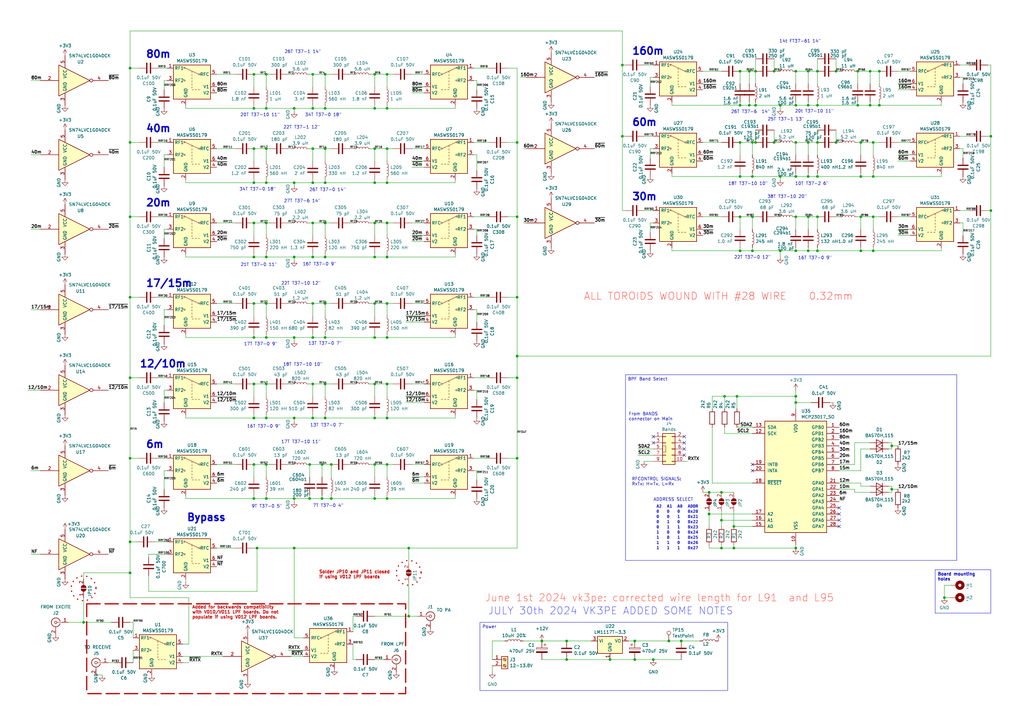
<source format=kicad_sch>
(kicad_sch (version 20231120) (generator "eeschema") (generator_version "8.0")
  (paper "A3")
  (title_block (title "T41 Exciter Filter Board") (date "2024-04-20") (rev "V 012.06") (comment 1 "       KiCad version by Oliver King KI3P") (comment 2 "By Al Peter AC8GY & Bill Schmidt K9HZ"))
  (junction (at 303.53 29.21))
  (junction (at 158.75 171.45))
  (junction (at 109.22 74.93))
  (junction (at 104.14 60.96))
  (junction (at 153.67 91.44))
  (junction (at 158.75 105.41))
  (junction (at 360.68 29.21))
  (junction (at 212.09 146.05))
  (junction (at 109.22 91.44))
  (junction (at 335.28 102.87))
  (junction (at 104.14 74.93))
  (junction (at 331.47 88.9))
  (junction (at 128.27 30.48))
  (junction (at 120.65 204.47))
  (junction (at 335.28 88.9))
  (junction (at 303.53 58.42))
  (junction (at 222.25 262.89))
  (junction (at 326.39 43.18))
  (junction (at 120.65 105.41))
  (junction (at 300.99 215.9))
  (junction (at 133.35 138.43))
  (junction (at 212.09 187.96))
  (junction (at 153.67 138.43))
  (junction (at 104.14 44.45))
  (junction (at 308.61 58.42))
  (junction (at 133.35 30.48))
  (junction (at 387.35 245.11))
  (junction (at 158.75 30.48))
  (junction (at 109.22 124.46))
  (junction (at 331.47 102.87))
  (junction (at 109.22 138.43))
  (junction (at 320.04 72.39))
  (junction (at 109.22 190.5))
  (junction (at 158.75 157.48))
  (junction (at 300.99 224.79))
  (junction (at 120.65 224.79))
  (junction (at 342.9 58.42))
  (junction (at 53.34 222.25))
  (junction (at 104.14 30.48))
  (junction (at 120.65 74.93))
  (junction (at 353.06 58.42))
  (junction (at 212.09 154.94))
  (junction (at 128.27 91.44))
  (junction (at 135.89 204.47))
  (junction (at 358.14 58.42))
  (junction (at 317.5 58.42))
  (junction (at 153.67 190.5))
  (junction (at 133.35 60.96))
  (junction (at 326.39 165.1))
  (junction (at 167.64 224.79))
  (junction (at 365.76 182.88))
  (junction (at 360.68 43.18))
  (junction (at 279.4 262.89))
  (junction (at 109.22 44.45))
  (junction (at 127 204.47))
  (junction (at 290.83 210.82))
  (junction (at 365.76 200.66))
  (junction (at 109.22 30.48))
  (junction (at 317.5 29.21))
  (junction (at 53.34 187.96))
  (junction (at 158.75 60.96))
  (junction (at 295.91 201.93))
  (junction (at 320.04 43.18))
  (junction (at 267.97 270.51))
  (junction (at 309.88 58.42))
  (junction (at 212.09 58.42))
  (junction (at 104.14 157.48))
  (junction (at 303.53 88.9))
  (junction (at 326.39 29.21))
  (junction (at 331.47 29.21))
  (junction (at 153.67 157.48))
  (junction (at 104.14 204.47))
  (junction (at 307.34 29.21))
  (junction (at 104.14 105.41))
  (junction (at 132.08 190.5))
  (junction (at 260.35 262.89))
  (junction (at 128.27 124.46))
  (junction (at 133.35 157.48))
  (junction (at 153.67 171.45))
  (junction (at 53.34 88.9))
  (junction (at 53.34 27.94))
  (junction (at 331.47 72.39))
  (junction (at 128.27 138.43))
  (junction (at 331.47 58.42))
  (junction (at 290.83 201.93))
  (junction (at 308.61 102.87))
  (junction (at 232.41 270.51))
  (junction (at 358.14 88.9))
  (junction (at 309.88 43.18))
  (junction (at 331.47 43.18))
  (junction (at 128.27 105.41))
  (junction (at 167.64 252.73))
  (junction (at 326.39 224.79))
  (junction (at 158.75 91.44))
  (junction (at 153.67 124.46))
  (junction (at 356.87 43.18))
  (junction (at 104.14 190.5))
  (junction (at 353.06 88.9))
  (junction (at 133.35 74.93))
  (junction (at 133.35 124.46))
  (junction (at 133.35 44.45))
  (junction (at 133.35 91.44))
  (junction (at 307.34 43.18))
  (junction (at 335.28 43.18))
  (junction (at 53.34 234.95))
  (junction (at 308.61 88.9))
  (junction (at 128.27 157.48))
  (junction (at 326.39 162.56))
  (junction (at 128.27 74.93))
  (junction (at 135.89 190.5))
  (junction (at 53.34 121.92))
  (junction (at 303.53 102.87))
  (junction (at 153.67 105.41))
  (junction (at 255.27 26.67))
  (junction (at 356.87 29.21))
  (junction (at 250.19 270.51))
  (junction (at 105.41 224.79))
  (junction (at 53.34 58.42))
  (junction (at 297.18 162.56))
  (junction (at 353.06 102.87))
  (junction (at 158.75 204.47))
  (junction (at 104.14 171.45))
  (junction (at 153.67 60.96))
  (junction (at 109.22 204.47))
  (junction (at 308.61 72.39))
  (junction (at 302.26 162.56))
  (junction (at 127 190.5))
  (junction (at 358.14 102.87))
  (junction (at 274.32 262.89))
  (junction (at 212.09 88.9))
  (junction (at 232.41 262.89))
  (junction (at 128.27 171.45))
  (junction (at 53.34 154.94))
  (junction (at 132.08 204.47))
  (junction (at 158.75 124.46))
  (junction (at 335.28 72.39))
  (junction (at 153.67 204.47))
  (junction (at 109.22 60.96))
  (junction (at 158.75 138.43))
  (junction (at 303.53 43.18))
  (junction (at 104.14 138.43))
  (junction (at 109.22 105.41))
  (junction (at 34.29 255.27))
  (junction (at 212.09 121.92))
  (junction (at 109.22 171.45))
  (junction (at 120.65 171.45))
  (junction (at 133.35 105.41))
  (junction (at 158.75 44.45))
  (junction (at 153.67 44.45))
  (junction (at 320.04 102.87))
  (junction (at 133.35 171.45))
  (junction (at 255.27 55.88))
  (junction (at 335.28 58.42))
  (junction (at 342.9 29.21))
  (junction (at 104.14 91.44))
  (junction (at 351.79 29.21))
  (junction (at 326.39 102.87))
  (junction (at 326.39 58.42))
  (junction (at 120.65 44.45))
  (junction (at 303.53 72.39))
  (junction (at 158.75 74.93))
  (junction (at 153.67 74.93))
  (junction (at 260.35 270.51))
  (junction (at 153.67 30.48))
  (junction (at 351.79 43.18))
  (junction (at 128.27 60.96))
  (junction (at 335.28 29.21))
  (junction (at 120.65 138.43))
  (junction (at 358.14 72.39))
  (junction (at 326.39 72.39))
  (junction (at 295.91 213.36))
  (junction (at 326.39 88.9))
  (junction (at 104.14 124.46))
  (junction (at 406.4 86.36))
  (junction (at 158.75 190.5))
  (junction (at 128.27 44.45))
  (junction (at 353.06 72.39))
  (junction (at 295.91 224.79))
  (junction (at 309.88 29.21))
  (junction (at 406.4 55.88))
  (junction (at 109.22 157.48))
  (no_connect (at 308.61 190.5))
  (no_connect (at 344.17 215.9))
  (no_connect (at 280.67 179.07))
  (no_connect (at 280.67 181.61))
  (no_connect (at 344.17 213.36))
  (no_connect (at 267.97 179.07))
  (no_connect (at 308.61 193.04))
  (no_connect (at 267.97 181.61))
  (no_connect (at 344.17 210.82))
  (no_connect (at 344.17 208.28))
  (no_connect (at 280.67 184.15))
  (no_connect (at 280.67 186.69))
  (wire (pts (xy 77.47 271.78) (xy 74.93 271.78)))
  (wire (pts (xy 303.53 41.91) (xy 303.53 43.18)))
  (wire (pts (xy 133.35 73.66) (xy 133.35 74.93)))
  (wire (pts (xy 168.91 30.48) (xy 173.99 30.48)))
  (wire (pts (xy 118.11 91.44) (xy 119.38 91.44)))
  (wire (pts (xy 295.91 224.79) (xy 300.99 224.79)))
  (wire (pts (xy 34.29 255.27) (xy 27.94 255.27)))
  (wire (pts (xy 290.83 224.79) (xy 295.91 224.79)))
  (wire (pts (xy 143.51 91.44) (xy 144.78 91.44)))
  (wire (pts (xy 194.31 58.42) (xy 200.66 58.42)))
  (wire (pts (xy 76.2 44.45) (xy 104.14 44.45)))
  (wire (pts (xy 351.79 43.18) (xy 335.28 43.18)))
  (wire (pts (xy 335.28 34.29) (xy 335.28 29.21)))
  (wire (pts (xy 331.47 101.6) (xy 331.47 102.87)))
  (wire (pts (xy 358.14 63.5) (xy 358.14 58.42)))
  (wire (pts (xy 260.35 262.89) (xy 274.32 262.89)))
  (wire (pts (xy 128.27 60.96) (xy 133.35 60.96)))
  (wire (pts (xy 104.14 30.48) (xy 109.22 30.48)))
  (wire (pts (xy 128.27 96.52) (xy 128.27 91.44)))
  (wire (pts (xy 128.27 129.54) (xy 128.27 124.46)))
  (wire (pts (xy 153.67 129.54) (xy 153.67 124.46)))
  (wire (pts (xy 63.5 222.25) (xy 68.58 222.25)))
  (wire (pts (xy 353.06 193.04) (xy 344.17 193.04)))
  (wire (pts (xy 393.7 55.88) (xy 397.51 55.88)))
  (wire (pts (xy 104.14 60.96) (xy 109.22 60.96)))
  (wire (pts (xy 133.35 35.56) (xy 133.35 30.48)))
  (wire (pts (xy 158.75 104.14) (xy 158.75 105.41)))
  (wire (pts (xy 143.51 124.46) (xy 144.78 124.46)))
  (wire (pts (xy 194.31 127) (xy 195.58 127)))
  (wire (pts (xy 356.87 199.39) (xy 353.06 199.39)))
  (wire (pts (xy 133.35 43.18) (xy 133.35 44.45)))
  (wire (pts (xy 365.76 184.15) (xy 365.76 182.88)))
  (wire (pts (xy 168.91 35.56) (xy 173.99 35.56)))
  (wire (pts (xy 153.67 252.73) (xy 167.64 252.73)))
  (wire (pts (xy 128.27 124.46) (xy 127 124.46)))
  (wire (pts (xy 104.14 190.5) (xy 109.22 190.5)))
  (wire (pts (xy 331.47 102.87) (xy 335.28 102.87)))
  (wire (pts (xy 128.27 74.93) (xy 133.35 74.93)))
  (wire (pts (xy 267.97 86.36) (xy 264.16 86.36)))
  (wire (pts (xy 356.87 43.18) (xy 360.68 43.18)))
  (wire (pts (xy 53.34 88.9) (xy 53.34 121.92)))
  (wire (pts (xy 326.39 165.1) (xy 326.39 167.64)))
  (wire (pts (xy 158.75 129.54) (xy 158.75 124.46)))
  (wire (pts (xy 326.39 88.9) (xy 331.47 88.9)))
  (wire (pts (xy 201.93 273.05) (xy 201.93 275.59)))
  (wire (pts (xy 168.91 99.06) (xy 173.99 99.06)))
  (wire (pts (xy 153.67 30.48) (xy 158.75 30.48)))
  (wire (pts (xy 281.94 189.23) (xy 280.67 189.23)))
  (wire (pts (xy 353.06 184.15) (xy 353.06 193.04)))
  (wire (pts (xy 335.28 93.98) (xy 335.28 88.9)))
  (wire (pts (xy 303.53 29.21) (xy 307.34 29.21)))
  (wire (pts (xy 53.34 222.25) (xy 55.88 222.25)))
  (wire (pts (xy 133.35 162.56) (xy 133.35 157.48)))
  (wire (pts (xy 292.1 175.26) (xy 292.1 198.12)))
  (wire (pts (xy 295.91 209.55) (xy 295.91 213.36)))
  (wire (pts (xy 118.11 190.5) (xy 119.38 190.5)))
  (wire (pts (xy 358.14 93.98) (xy 358.14 88.9)))
  (wire (pts (xy 153.67 104.14) (xy 153.67 105.41)))
  (wire (pts (xy 109.22 44.45) (xy 109.22 43.18)))
  (wire (pts (xy 153.67 60.96) (xy 152.4 60.96)))
  (wire (pts (xy 53.34 27.94) (xy 53.34 12.7)))
  (wire (pts (xy 356.87 29.21) (xy 360.68 29.21)))
  (wire (pts (xy 368.3 66.04) (xy 373.38 66.04)))
  (wire (pts (xy 144.78 252.73) (xy 146.05 252.73)))
  (wire (pts (xy 104.14 195.58) (xy 104.14 190.5)))
  (wire (pts (xy 128.27 30.48) (xy 127 30.48)))
  (wire (pts (xy 67.31 193.04) (xy 67.31 200.66)))
  (wire (pts (xy 356.87 29.21) (xy 356.87 34.29)))
  (wire (pts (xy 120.65 204.47) (xy 109.22 204.47)))
  (wire (pts (xy 67.31 63.5) (xy 67.31 68.58)))
  (wire (pts (xy 153.67 105.41) (xy 158.75 105.41)))
  (wire (pts (xy 60.96 227.33) (xy 68.58 227.33)))
  (wire (pts (xy 303.53 58.42) (xy 308.61 58.42)))
  (wire (pts (xy 368.3 96.52) (xy 373.38 96.52)))
  (wire (pts (xy 128.27 157.48) (xy 133.35 157.48)))
  (wire (pts (xy 214.63 91.44) (xy 215.9 91.44)))
  (wire (pts (xy 303.53 34.29) (xy 303.53 29.21)))
  (wire (pts (xy 300.99 215.9) (xy 308.61 215.9)))
  (wire (pts (xy 127 203.2) (xy 127 204.47)))
  (wire (pts (xy 143.51 157.48) (xy 144.78 157.48)))
  (wire (pts (xy 153.67 74.93) (xy 158.75 74.93)))
  (wire (pts (xy 127 204.47) (xy 132.08 204.47)))
  (wire (pts (xy 332.74 165.1) (xy 326.39 165.1)))
  (wire (pts (xy 331.47 29.21) (xy 335.28 29.21)))
  (wire (pts (xy 331.47 88.9) (xy 331.47 93.98)))
  (wire (pts (xy 326.39 71.12) (xy 326.39 72.39)))
  (wire (pts (xy 255.27 55.88) (xy 255.27 86.36)))
  (wire (pts (xy 76.2 138.43) (xy 104.14 138.43)))
  (wire (pts (xy 118.11 60.96) (xy 119.38 60.96)))
  (wire (pts (xy 104.14 204.47) (xy 109.22 204.47)))
  (wire (pts (xy 326.39 93.98) (xy 326.39 88.9)))
  (wire (pts (xy 104.14 66.04) (xy 104.14 60.96)))
  (wire (pts (xy 368.3 88.9) (xy 373.38 88.9)))
  (wire (pts (xy 132.08 190.5) (xy 135.89 190.5)))
  (wire (pts (xy 53.34 234.95) (xy 53.34 245.11)))
  (wire (pts (xy 406.4 86.36) (xy 406.4 146.05)))
  (wire (pts (xy 256.54 86.36) (xy 255.27 86.36)))
  (wire (pts (xy 308.61 88.9) (xy 309.88 88.9)))
  (wire (pts (xy 194.31 121.92) (xy 200.66 121.92)))
  (wire (pts (xy 105.41 224.79) (xy 120.65 224.79)))
  (wire (pts (xy 158.75 66.04) (xy 158.75 60.96)))
  (wire (pts (xy 109.22 105.41) (xy 109.22 104.14)))
  (wire (pts (xy 331.47 29.21) (xy 331.47 34.29)))
  (wire (pts (xy 335.28 63.5) (xy 335.28 58.42)))
  (wire (pts (xy 214.63 262.89) (xy 222.25 262.89)))
  (wire (pts (xy 128.27 30.48) (xy 133.35 30.48)))
  (wire (pts (xy 127 204.47) (xy 120.65 204.47)))
  (wire (pts (xy 326.39 160.02) (xy 326.39 162.56)))
  (wire (pts (xy 168.91 198.12) (xy 173.99 198.12)))
  (wire (pts (xy 144.78 270.51) (xy 146.05 270.51)))
  (wire (pts (xy 295.91 223.52) (xy 295.91 224.79)))
  (wire (pts (xy 128.27 138.43) (xy 133.35 138.43)))
  (wire (pts (xy 54.61 255.27) (xy 54.61 261.62)))
  (wire (pts (xy 326.39 223.52) (xy 326.39 224.79)))
  (wire (pts (xy 57.15 27.94) (xy 53.34 27.94)))
  (wire (pts (xy 302.26 162.56) (xy 302.26 167.64)))
  (wire (pts (xy 168.91 190.5) (xy 173.99 190.5)))
  (wire (pts (xy 68.58 58.42) (xy 64.77 58.42)))
  (wire (pts (xy 214.63 60.96) (xy 215.9 60.96)))
  (wire (pts (xy 186.69 137.16) (xy 186.69 138.43)))
  (wire (pts (xy 307.34 29.21) (xy 307.34 34.29)))
  (wire (pts (xy 340.36 165.1) (xy 341.63 165.1)))
  (wire (pts (xy 307.34 41.91) (xy 307.34 43.18)))
  (wire (pts (xy 158.75 96.52) (xy 158.75 91.44)))
  (wire (pts (xy 11.43 160.02) (xy 16.51 160.02)))
  (wire (pts (xy 120.65 224.79) (xy 167.64 224.79)))
  (wire (pts (xy 104.14 74.93) (xy 109.22 74.93)))
  (wire (pts (xy 342.9 58.42) (xy 344.17 58.42)))
  (wire (pts (xy 119.38 269.24) (xy 124.46 269.24)))
  (wire (pts (xy 128.27 44.45) (xy 133.35 44.45)))
  (wire (pts (xy 128.27 91.44) (xy 127 91.44)))
  (wire (pts (xy 320.04 72.39) (xy 308.61 72.39)))
  (wire (pts (xy 53.34 187.96) (xy 57.15 187.96)))
  (wire (pts (xy 153.67 157.48) (xy 158.75 157.48)))
  (wire (pts (xy 275.59 43.18) (xy 303.53 43.18)))
  (wire (pts (xy 67.31 160.02) (xy 67.31 165.1)))
  (wire (pts (xy 53.34 222.25) (xy 53.34 234.95)))
  (wire (pts (xy 120.65 74.93) (xy 120.65 76.2)))
  (wire (pts (xy 153.67 30.48) (xy 152.4 30.48)))
  (wire (pts (xy 76.2 237.49) (xy 76.2 238.76)))
  (wire (pts (xy 356.87 184.15) (xy 353.06 184.15)))
  (wire (pts (xy 127 195.58) (xy 127 190.5)))
  (wire (pts (xy 208.28 121.92) (xy 212.09 121.92)))
  (wire (pts (xy 167.64 252.73) (xy 171.45 252.73)))
  (wire (pts (xy 194.31 88.9) (xy 200.66 88.9)))
  (wire (pts (xy 76.2 170.18) (xy 76.2 171.45)))
  (wire (pts (xy 267.97 55.88) (xy 264.16 55.88)))
  (wire (pts (xy 186.69 104.14) (xy 186.69 105.41)))
  (wire (pts (xy 57.15 121.92) (xy 53.34 121.92)))
  (wire (pts (xy 303.53 93.98) (xy 303.53 88.9)))
  (wire (pts (xy 309.88 53.34) (xy 309.88 58.42)))
  (wire (pts (xy 34.29 255.27) (xy 45.72 255.27)))
  (wire (pts (xy 128.27 105.41) (xy 120.65 105.41)))
  (wire (pts (xy 326.39 101.6) (xy 326.39 102.87)))
  (wire (pts (xy 394.97 91.44) (xy 394.97 96.52)))
  (wire (pts (xy 194.31 27.94) (xy 200.66 27.94)))
  (wire (pts (xy 353.06 198.12) (xy 344.17 198.12)))
  (wire (pts (xy 208.28 88.9) (xy 212.09 88.9)))
  (wire (pts (xy 331.47 88.9) (xy 335.28 88.9)))
  (wire (pts (xy 342.9 29.21) (xy 344.17 29.21)))
  (wire (pts (xy 128.27 171.45) (xy 133.35 171.45)))
  (wire (pts (xy 364.49 184.15) (xy 365.76 184.15)))
  (wire (pts (xy 153.67 190.5) (xy 152.4 190.5)))
  (wire (pts (xy 360.68 41.91) (xy 360.68 43.18)))
  (wire (pts (xy 67.31 127) (xy 67.31 133.35)))
  (wire (pts (xy 368.3 58.42) (xy 373.38 58.42)))
  (wire (pts (xy 12.7 93.98) (xy 16.51 93.98)))
  (wire (pts (xy 12.7 227.33) (xy 16.51 227.33)))
  (wire (pts (xy 128.27 171.45) (xy 120.65 171.45)))
  (wire (pts (xy 201.93 262.89) (xy 207.01 262.89)))
  (wire (pts (xy 153.67 44.45) (xy 158.75 44.45)))
  (wire (pts (xy 109.22 74.93) (xy 109.22 73.66)))
  (wire (pts (xy 109.22 138.43) (xy 109.22 137.16)))
  (wire (pts (xy 153.67 171.45) (xy 133.35 171.45)))
  (wire (pts (xy 88.9 30.48) (xy 96.52 30.48)))
  (wire (pts (xy 288.29 88.9) (xy 295.91 88.9)))
  (wire (pts (xy 128.27 73.66) (xy 128.27 74.93)))
  (wire (pts (xy 132.08 203.2) (xy 132.08 204.47)))
  (wire (pts (xy 158.75 137.16) (xy 158.75 138.43)))
  (wire (pts (xy 77.47 264.16) (xy 77.47 245.11)))
  (wire (pts (xy 128.27 74.93) (xy 120.65 74.93)))
  (wire (pts (xy 194.31 33.02) (xy 195.58 33.02)))
  (wire (pts (xy 105.41 242.57) (xy 105.41 224.79)))
  (wire (pts (xy 39.37 276.86) (xy 41.91 276.86)))
  (wire (pts (xy 133.35 91.44) (xy 135.89 91.44)))
  (wire (pts (xy 133.35 66.04) (xy 133.35 60.96)))
  (wire (pts (xy 250.19 270.51) (xy 232.41 270.51)))
  (wire (pts (xy 222.25 270.51) (xy 232.41 270.51)))
  (wire (pts (xy 104.14 138.43) (xy 109.22 138.43)))
  (wire (pts (xy 302.26 175.26) (xy 308.61 175.26)))
  (wire (pts (xy 34.29 245.11) (xy 34.29 255.27)))
  (wire (pts (xy 76.2 74.93) (xy 104.14 74.93)))
  (wire (pts (xy 53.34 154.94) (xy 53.34 187.96)))
  (wire (pts (xy 109.22 96.52) (xy 109.22 91.44)))
  (wire (pts (xy 153.67 96.52) (xy 153.67 91.44)))
  (wire (pts (xy 153.67 170.18) (xy 153.67 171.45)))
  (wire (pts (xy 109.22 162.56) (xy 109.22 157.48)))
  (wire (pts (xy 153.67 190.5) (xy 158.75 190.5)))
  (wire (pts (xy 153.67 204.47) (xy 135.89 204.47)))
  (wire (pts (xy 186.69 43.18) (xy 186.69 44.45)))
  (wire (pts (xy 128.27 137.16) (xy 128.27 138.43)))
  (wire (pts (xy 320.04 43.18) (xy 309.88 43.18)))
  (wire (pts (xy 326.39 72.39) (xy 331.47 72.39)))
  (wire (pts (xy 68.58 88.9) (xy 64.77 88.9)))
  (wire (pts (xy 353.06 102.87) (xy 335.28 102.87)))
  (wire (pts (xy 64.77 121.92) (xy 68.58 121.92)))
  (wire (pts (xy 68.58 160.02) (xy 67.31 160.02)))
  (wire (pts (xy 201.93 262.89) (xy 201.93 270.51)))
  (wire (pts (xy 109.22 204.47) (xy 109.22 203.2)))
  (wire (pts (xy 104.14 129.54) (xy 104.14 124.46)))
  (wire (pts (xy 158.75 74.93) (xy 186.69 74.93)))
  (wire (pts (xy 67.31 33.02) (xy 67.31 36.83)))
  (wire (pts (xy 386.08 72.39) (xy 358.14 72.39)))
  (wire (pts (xy 76.2 137.16) (xy 76.2 138.43)))
  (wire (pts (xy 128.27 138.43) (xy 120.65 138.43)))
  (wire (pts (xy 267.97 60.96) (xy 266.7 60.96)))
  (wire (pts (xy 295.91 201.93) (xy 300.99 201.93)))
  (wire (pts (xy 168.91 60.96) (xy 173.99 60.96)))
  (wire (pts (xy 365.76 200.66) (xy 368.3 200.66)))
  (wire (pts (xy 212.09 121.92) (xy 212.09 146.05)))
  (wire (pts (xy 386.08 102.87) (xy 358.14 102.87)))
  (wire (pts (xy 275.59 102.87) (xy 303.53 102.87)))
  (wire (pts (xy 109.22 74.93) (xy 120.65 74.93)))
  (wire (pts (xy 267.97 26.67) (xy 264.16 26.67)))
  (wire (pts (xy 208.28 58.42) (xy 212.09 58.42)))
  (wire (pts (xy 194.31 193.04) (xy 195.58 193.04)))
  (wire (pts (xy 34.29 234.95) (xy 34.29 237.49)))
  (wire (pts (xy 143.51 60.96) (xy 144.78 60.96)))
  (wire (pts (xy 64.77 187.96) (xy 68.58 187.96)))
  (wire (pts (xy 290.83 201.93) (xy 295.91 201.93)))
  (wire (pts (xy 353.06 199.39) (xy 353.06 198.12)))
  (wire (pts (xy 356.87 41.91) (xy 356.87 43.18)))
  (wire (pts (xy 275.59 71.12) (xy 275.59 72.39)))
  (wire (pts (xy 135.89 203.2) (xy 135.89 204.47)))
  (wire (pts (xy 303.53 88.9) (xy 308.61 88.9)))
  (wire (pts (xy 297.18 177.8) (xy 308.61 177.8)))
  (wire (pts (xy 208.28 27.94) (xy 212.09 27.94)))
  (wire (pts (xy 76.2 104.14) (xy 76.2 105.41)))
  (wire (pts (xy 133.35 104.14) (xy 133.35 105.41)))
  (wire (pts (xy 158.75 157.48) (xy 161.29 157.48)))
  (wire (pts (xy 195.58 93.98) (xy 195.58 96.52)))
  (wire (pts (xy 68.58 93.98) (xy 67.31 93.98)))
  (wire (pts (xy 168.91 96.52) (xy 173.99 96.52)))
  (wire (pts (xy 292.1 167.64) (xy 292.1 162.56)))
  (wire (pts (xy 153.67 171.45) (xy 158.75 171.45)))
  (wire (pts (xy 133.35 44.45) (xy 153.67 44.45)))
  (wire (pts (xy 255.27 26.67) (xy 256.54 26.67)))
  (wire (pts (xy 12.7 127) (xy 16.51 127)))
  (wire (pts (xy 74.93 269.24) (xy 91.44 269.24)))
  (wire (pts (xy 353.06 58.42) (xy 351.79 58.42)))
  (wire (pts (xy 303.53 72.39) (xy 308.61 72.39)))
  (wire (pts (xy 351.79 29.21) (xy 356.87 29.21)))
  (wire (pts (xy 153.67 60.96) (xy 158.75 60.96)))
  (wire (pts (xy 53.34 58.42) (xy 53.34 88.9)))
  (wire (pts (xy 386.08 41.91) (xy 386.08 43.18)))
  (wire (pts (xy 104.14 171.45) (xy 109.22 171.45)))
  (wire (pts (xy 308.61 210.82) (xy 290.83 210.82)))
  (wire (pts (xy 307.34 29.21) (xy 309.88 29.21)))
  (wire (pts (xy 132.08 190.5) (xy 132.08 195.58)))
  (wire (pts (xy 326.39 43.18) (xy 320.04 43.18)))
  (wire (pts (xy 153.67 162.56) (xy 153.67 157.48)))
  (wire (pts (xy 368.3 93.98) (xy 373.38 93.98)))
  (wire (pts (xy 358.14 71.12) (xy 358.14 72.39)))
  (wire (pts (xy 331.47 43.18) (xy 335.28 43.18)))
  (wire (pts (xy 353.06 102.87) (xy 358.14 102.87)))
  (wire (pts (xy 358.14 58.42) (xy 360.68 58.42)))
  (wire (pts (xy 133.35 129.54) (xy 133.35 124.46)))
  (wire (pts (xy 195.58 127) (xy 195.58 132.08)))
  (wire (pts (xy 387.35 240.03) (xy 387.35 245.11)))
  (wire (pts (xy 153.67 105.41) (xy 133.35 105.41)))
  (wire (pts (xy 158.75 43.18) (xy 158.75 44.45)))
  (wire (pts (xy 208.28 154.94) (xy 212.09 154.94)))
  (wire (pts (xy 158.75 162.56) (xy 158.75 157.48)))
  (wire (pts (xy 118.11 157.48) (xy 119.38 157.48)))
  (wire (pts (xy 128.27 66.04) (xy 128.27 60.96)))
  (wire (pts (xy 109.22 129.54) (xy 109.22 124.46)))
  (wire (pts (xy 292.1 162.56) (xy 297.18 162.56)))
  (wire (pts (xy 353.06 101.6) (xy 353.06 102.87)))
  (wire (pts (xy 195.58 33.02) (xy 195.58 36.83)))
  (wire (pts (xy 76.2 105.41) (xy 104.14 105.41)))
  (wire (pts (xy 331.47 58.42) (xy 335.28 58.42)))
  (wire (pts (xy 57.15 154.94) (xy 53.34 154.94)))
  (wire (pts (xy 405.13 86.36) (xy 406.4 86.36)))
  (wire (pts (xy 57.15 88.9) (xy 53.34 88.9)))
  (wire (pts (xy 353.06 88.9) (xy 351.79 88.9)))
  (wire (pts (xy 250.19 270.51) (xy 260.35 270.51)))
  (wire (pts (xy 212.09 88.9) (xy 212.09 121.92)))
  (wire (pts (xy 302.26 162.56) (xy 326.39 162.56)))
  (wire (pts (xy 128.27 35.56) (xy 128.27 30.48)))
  (wire (pts (xy 320.04 43.18) (xy 320.04 44.45)))
  (wire (pts (xy 120.65 105.41) (xy 109.22 105.41)))
  (wire (pts (xy 168.91 38.1) (xy 173.99 38.1)))
  (wire (pts (xy 128.27 43.18) (xy 128.27 44.45)))
  (wire (pts (xy 104.14 35.56) (xy 104.14 30.48)))
  (wire (pts (xy 290.83 209.55) (xy 290.83 210.82)))
  (wire (pts (xy 394.97 31.75) (xy 394.97 34.29)))
  (wire (pts (xy 405.13 55.88) (xy 406.4 55.88)))
  (wire (pts (xy 255.27 26.67) (xy 255.27 55.88)))
  (wire (pts (xy 104.14 124.46) (xy 109.22 124.46)))
  (wire (pts (xy 77.47 245.11) (xy 53.34 245.11)))
  (wire (pts (xy 297.18 162.56) (xy 302.26 162.56)))
  (wire (pts (xy 406.4 55.88) (xy 406.4 86.36)))
  (wire (pts (xy 153.67 66.04) (xy 153.67 60.96)))
  (wire (pts (xy 104.14 104.14) (xy 104.14 105.41)))
  (wire (pts (xy 266.7 91.44) (xy 266.7 95.25)))
  (wire (pts (xy 317.5 58.42) (xy 318.77 58.42)))
  (wire (pts (xy 266.7 31.75) (xy 266.7 35.56)))
  (wire (pts (xy 350.52 200.66) (xy 344.17 200.66)))
  (wire (pts (xy 166.37 129.54) (xy 173.99 129.54)))
  (wire (pts (xy 350.52 181.61) (xy 350.52 190.5)))
  (wire (pts (xy 104.14 96.52) (xy 104.14 91.44)))
  (wire (pts (xy 326.39 102.87) (xy 320.04 102.87)))
  (wire (pts (xy 127 190.5) (xy 132.08 190.5)))
  (wire (pts (xy 68.58 127) (xy 67.31 127)))
  (wire (pts (xy 326.39 29.21) (xy 331.47 29.21)))
  (wire (pts (xy 158.75 170.18) (xy 158.75 171.45)))
  (wire (pts (xy 104.14 157.48) (xy 109.22 157.48)))
  (wire (pts (xy 195.58 193.04) (xy 195.58 196.85)))
  (wire (pts (xy 186.69 203.2) (xy 186.69 204.47)))
  (wire (pts (xy 326.39 162.56) (xy 326.39 165.1)))
  (wire (pts (xy 186.69 73.66) (xy 186.69 74.93)))
  (wire (pts (xy 317.5 88.9) (xy 318.77 88.9)))
  (wire (pts (xy 326.39 43.18) (xy 331.47 43.18)))
  (wire (pts (xy 308.61 93.98) (xy 308.61 88.9)))
  (wire (pts (xy 76.2 43.18) (xy 76.2 44.45)))
  (wire (pts (xy 68.58 193.04) (xy 67.31 193.04)))
  (wire (pts (xy 12.7 193.04) (xy 16.51 193.04)))
  (wire (pts (xy 104.14 203.2) (xy 104.14 204.47)))
  (wire (pts (xy 153.67 203.2) (xy 153.67 204.47)))
  (wire (pts (xy 76.2 171.45) (xy 104.14 171.45)))
  (wire (pts (xy 195.58 160.02) (xy 195.58 163.83)))
  (wire (pts (xy 168.91 157.48) (xy 173.99 157.48)))
  (wire (pts (xy 88.9 91.44) (xy 96.52 91.44)))
  (wire (pts (xy 406.4 146.05) (xy 212.09 146.05)))
  (wire (pts (xy 153.67 124.46) (xy 158.75 124.46)))
  (wire (pts (xy 158.75 91.44) (xy 161.29 91.44)))
  (wire (pts (xy 212.09 187.96) (xy 212.09 224.79)))
  (wire (pts (xy 387.35 245.11) (xy 389.89 245.11)))
  (wire (pts (xy 393.7 26.67) (xy 397.51 26.67)))
  (wire (pts (xy 67.31 93.98) (xy 67.31 97.79)))
  (wire (pts (xy 297.18 175.26) (xy 297.18 177.8)))
  (wire (pts (xy 288.29 201.93) (xy 290.83 201.93)))
  (wire (pts (xy 351.79 43.18) (xy 356.87 43.18)))
  (wire (pts (xy 109.22 44.45) (xy 120.65 44.45)))
  (wire (pts (xy 365.76 201.93) (xy 364.49 201.93)))
  (wire (pts (xy 153.67 204.47) (xy 158.75 204.47)))
  (wire (pts (xy 194.31 187.96) (xy 200.66 187.96)))
  (wire (pts (xy 274.32 262.89) (xy 279.4 262.89)))
  (wire (pts (xy 353.06 88.9) (xy 358.14 88.9)))
  (wire (pts (xy 309.88 34.29) (xy 309.88 29.21)))
  (wire (pts (xy 303.53 101.6) (xy 303.53 102.87)))
  (wire (pts (xy 68.58 33.02) (xy 67.31 33.02)))
  (wire (pts (xy 308.61 72.39) (xy 308.61 71.12)))
  (wire (pts (xy 308.61 213.36) (xy 295.91 213.36)))
  (wire (pts (xy 167.64 224.79) (xy 167.64 231.14)))
  (wire (pts (xy 257.81 262.89) (xy 260.35 262.89)))
  (wire (pts (xy 264.16 189.23) (xy 267.97 189.23)))
  (wire (pts (xy 295.91 213.36) (xy 295.91 215.9)))
  (wire (pts (xy 60.96 242.57) (xy 105.41 242.57)))
  (wire (pts (xy 57.15 58.42) (xy 53.34 58.42)))
  (wire (pts (xy 118.11 266.7) (xy 124.46 266.7)))
  (wire (pts (xy 308.61 58.42) (xy 309.88 58.42)))
  (wire (pts (xy 405.13 26.67) (xy 406.4 26.67)))
  (wire (pts (xy 167.64 238.76) (xy 167.64 252.73)))
  (wire (pts (xy 76.2 203.2) (xy 76.2 204.47)))
  (wire (pts (xy 326.39 58.42) (xy 331.47 58.42)))
  (wire (pts (xy 120.65 224.79) (xy 120.65 261.62)))
  (wire (pts (xy 128.27 124.46) (xy 133.35 124.46)))
  (wire (pts (xy 365.76 181.61) (xy 364.49 181.61)))
  (wire (pts (xy 109.22 35.56) (xy 109.22 30.48)))
  (wire (pts (xy 365.76 200.66) (xy 365.76 201.93)))
  (wire (pts (xy 132.08 204.47) (xy 135.89 204.47)))
  (wire (pts (xy 168.91 124.46) (xy 173.99 124.46)))
  (wire (pts (xy 88.9 157.48) (xy 96.52 157.48)))
  (wire (pts (xy 158.75 35.56) (xy 158.75 30.48)))
  (wire (pts (xy 166.37 165.1) (xy 173.99 165.1)))
  (wire (pts (xy 133.35 137.16) (xy 133.35 138.43)))
  (wire (pts (xy 53.34 12.7) (xy 255.27 12.7)))
  (wire (pts (xy 120.65 44.45) (xy 120.65 45.72)))
  (wire (pts (xy 360.68 34.29) (xy 360.68 29.21)))
  (wire (pts (xy 358.14 101.6) (xy 358.14 102.87)))
  (wire (pts (xy 288.29 58.42) (xy 295.91 58.42)))
  (wire (pts (xy 153.67 73.66) (xy 153.67 74.93)))
  (wire (pts (xy 353.06 72.39) (xy 335.28 72.39)))
  (wire (pts (xy 120.65 171.45) (xy 109.22 171.45)))
  (wire (pts (xy 303.53 71.12) (xy 303.53 72.39)))
  (wire (pts (xy 109.22 124.46) (xy 110.49 124.46)))
  (wire (pts (xy 135.89 195.58) (xy 135.89 190.5)))
  (wire (pts (xy 109.22 30.48) (xy 110.49 30.48)))
  (wire (pts (xy 208.28 187.96) (xy 212.09 187.96)))
  (wire (pts (xy 144.78 270.51) (xy 144.78 264.16)))
  (wire (pts (xy 12.7 63.5) (xy 16.51 63.5)))
  (wire (pts (xy 342.9 53.34) (xy 342.9 58.42)))
  (wire (pts (xy 267.97 91.44) (xy 266.7 91.44)))
  (wire (pts (xy 53.34 27.94) (xy 53.34 58.42)))
  (wire (pts (xy 128.27 157.48) (xy 127 157.48)))
  (wire (pts (xy 255.27 12.7) (xy 255.27 26.67)))
  (wire (pts (xy 368.3 29.21) (xy 373.38 29.21)))
  (wire (pts (xy 166.37 132.08) (xy 173.99 132.08)))
  (wire (pts (xy 331.47 72.39) (xy 335.28 72.39)))
  (wire (pts (xy 300.99 224.79) (xy 300.99 223.52)))
  (wire (pts (xy 124.46 261.62) (xy 120.65 261.62)))
  (wire (pts (xy 158.75 195.58) (xy 158.75 190.5)))
  (wire (pts (xy 300.99 209.55) (xy 300.99 215.9)))
  (wire (pts (xy 368.3 36.83) (xy 373.38 36.83)))
  (wire (pts (xy 342.9 24.13) (xy 342.9 29.21)))
  (wire (pts (xy 158.75 203.2) (xy 158.75 204.47)))
  (wire (pts (xy 44.45 271.78) (xy 46.99 271.78)))
  (wire (pts (xy 353.06 58.42) (xy 358.14 58.42)))
  (wire (pts (xy 186.69 171.45) (xy 158.75 171.45)))
  (wire (pts (xy 158.75 190.5) (xy 161.29 190.5)))
  (wire (pts (xy 74.93 264.16) (xy 77.47 264.16)))
  (wire (pts (xy 335.28 53.34) (xy 335.28 58.42)))
  (wire (pts (xy 128.27 104.14) (xy 128.27 105.41)))
  (wire (pts (xy 118.11 124.46) (xy 119.38 124.46)))
  (wire (pts (xy 326.39 224.79) (xy 300.99 224.79)))
  (wire (pts (xy 261.62 184.15) (xy 267.97 184.15)))
  (wire (pts (xy 309.88 24.13) (xy 309.88 29.21)))
  (wire (pts (xy 128.27 162.56) (xy 128.27 157.48)))
  (wire (pts (xy 406.4 55.88) (xy 406.4 26.67)))
  (wire (pts (xy 326.39 41.91) (xy 326.39 43.18)))
  (wire (pts (xy 331.47 71.12) (xy 331.47 72.39)))
  (wire (pts (xy 109.22 138.43) (xy 120.65 138.43)))
  (wire (pts (xy 166.37 162.56) (xy 173.99 162.56)))
  (wire (pts (xy 128.27 44.45) (xy 120.65 44.45)))
  (wire (pts (xy 109.22 195.58) (xy 109.22 190.5)))
  (wire (pts (xy 266.7 60.96) (xy 266.7 64.77)))
  (wire (pts (xy 275.59 41.91) (xy 275.59 43.18)))
  (wire (pts (xy 317.5 29.21) (xy 318.77 29.21)))
  (wire (pts (xy 53.34 187.96) (xy 53.34 222.25)))
  (wire (pts (xy 326.39 63.5) (xy 326.39 58.42)))
  (wire (pts (xy 365.76 182.88) (xy 365.76 181.61)))
  (wire (pts (xy 317.5 24.13) (xy 317.5 29.21)))
  (wire (pts (xy 167.64 224.79) (xy 212.09 224.79)))
  (wire (pts (xy 222.25 262.89) (xy 232.41 262.89)))
  (wire (pts (xy 109.22 66.04) (xy 109.22 60.96)))
  (wire (pts (xy 104.14 105.41) (xy 109.22 105.41)))
  (wire (pts (xy 368.3 34.29) (xy 373.38 34.29)))
  (wire (pts (xy 153.67 270.51) (xy 157.48 270.51)))
  (wire (pts (xy 320.04 72.39) (xy 320.04 73.66)))
  (wire (pts (xy 120.65 204.47) (xy 120.65 205.74)))
  (wire (pts (xy 104.14 43.18) (xy 104.14 44.45)))
  (wire (pts (xy 368.3 63.5) (xy 373.38 63.5)))
  (wire (pts (xy 260.35 270.51) (xy 267.97 270.51)))
  (wire (pts (xy 120.65 138.43) (xy 120.65 139.7)))
  (wire (pts (xy 275.59 72.39) (xy 303.53 72.39)))
  (wire (pts (xy 158.75 124.46) (xy 161.29 124.46)))
  (wire (pts (xy 158.75 60.96) (xy 161.29 60.96)))
  (wire (pts (xy 320.04 102.87) (xy 320.04 105.41)))
  (wire (pts (xy 356.87 201.93) (xy 350.52 201.93)))
  (wire (pts (xy 168.91 66.04) (xy 173.99 66.04)))
  (wire (pts (xy 393.7 91.44) (xy 394.97 91.44)))
  (wire (pts (xy 386.08 101.6) (xy 386.08 102.87)))
  (wire (pts (xy 290.83 210.82) (xy 290.83 215.9)))
  (wire (pts (xy 109.22 91.44) (xy 110.49 91.44)))
  (wire (pts (xy 153.67 43.18) (xy 153.67 44.45)))
  (wire (pts (xy 356.87 181.61) (xy 350.52 181.61)))
  (wire (pts (xy 34.29 234.95) (xy 53.34 234.95)))
  (wire (pts (xy 194.31 93.98) (xy 195.58 93.98)))
  (wire (pts (xy 194.31 160.02) (xy 195.58 160.02)))
  (wire (pts (xy 133.35 30.48) (xy 135.89 30.48)))
  (wire (pts (xy 326.39 102.87) (xy 331.47 102.87)))
  (wire (pts (xy 307.34 43.18) (xy 309.88 43.18)))
  (wire (pts (xy 153.67 137.16) (xy 153.67 138.43)))
  (wire (pts (xy 12.7 33.02) (xy 16.51 33.02)))
  (wire (pts (xy 212.09 27.94) (xy 212.09 58.42)))
  (wire (pts (xy 168.91 68.58) (xy 173.99 68.58)))
  (wire (pts (xy 133.35 170.18) (xy 133.35 171.45)))
  (wire (pts (xy 365.76 182.88) (xy 368.3 182.88)))
  (wire (pts (xy 358.14 88.9) (xy 360.68 88.9)))
  (wire (pts (xy 303.53 102.87) (xy 308.61 102.87)))
  (wire (pts (xy 194.31 63.5) (xy 195.58 63.5)))
  (wire (pts (xy 275.59 101.6) (xy 275.59 102.87)))
  (wire (pts (xy 195.58 63.5) (xy 195.58 69.85)))
  (wire (pts (xy 186.69 105.41) (xy 158.75 105.41)))
  (wire (pts (xy 351.79 41.91) (xy 351.79 43.18)))
  (wire (pts (xy 158.75 44.45) (xy 186.69 44.45)))
  (wire (pts (xy 186.69 170.18) (xy 186.69 171.45)))
  (wire (pts (xy 53.34 121.92) (xy 53.34 154.94)))
  (wire (pts (xy 120.65 105.41) (xy 120.65 106.68)))
  (wire (pts (xy 213.36 31.75) (xy 215.9 31.75)))
  (wire (pts (xy 326.39 34.29) (xy 326.39 29.21)))
  (wire (pts (xy 128.27 105.41) (xy 133.35 105.41)))
  (wire (pts (xy 104.14 162.56) (xy 104.14 157.48)))
  (wire (pts (xy 153.67 138.43) (xy 158.75 138.43)))
  (wire (pts (xy 104.14 73.66) (xy 104.14 74.93)))
  (wire (pts (xy 297.18 162.56) (xy 297.18 167.64)))
  (wire (pts (xy 60.96 236.22) (xy 60.96 242.57)))
  (wire (pts (xy 342.9 88.9) (xy 344.17 88.9)))
  (wire (pts (xy 109.22 171.45) (xy 109.22 170.18)))
  (wire (pts (xy 144.78 252.73) (xy 144.78 259.08)))
  (wire (pts (xy 335.28 101.6) (xy 335.28 102.87)))
  (wire (pts (xy 303.53 43.18) (xy 307.34 43.18)))
  (wire (pts (xy 320.04 102.87) (xy 308.61 102.87)))
  (wire (pts (xy 68.58 63.5) (xy 67.31 63.5)))
  (wire (pts (xy 386.08 71.12) (xy 386.08 72.39)))
  (wire (pts (xy 256.54 55.88) (xy 255.27 55.88)))
  (wire (pts (xy 158.75 73.66) (xy 158.75 74.93)))
  (wire (pts (xy 350.52 201.93) (xy 350.52 200.66)))
  (wire (pts (xy 153.67 91.44) (xy 158.75 91.44)))
  (wire (pts (xy 212.09 154.94) (xy 212.09 187.96)))
  (wire (pts (xy 351.79 34.29) (xy 351.79 29.21)))
  (wire (pts (xy 68.58 154.94) (xy 64.77 154.94)))
  (wire (pts (xy 104.14 44.45) (xy 109.22 44.45)))
  (wire (pts (xy 389.89 240.03) (xy 387.35 240.03)))
  (wire (pts (xy 153.67 195.58) (xy 153.67 190.5)))
  (wire (pts (xy 133.35 96.52) (xy 133.35 91.44)))
  (wire (pts (xy 158.75 30.48) (xy 161.29 30.48)))
  (wire (pts (xy 88.9 60.96) (xy 96.52 60.96)))
  (wire (pts (xy 288.29 29.21) (xy 295.91 29.21)))
  (wire (pts (xy 353.06 93.98) (xy 353.06 88.9)))
  (wire (pts (xy 308.61 102.87) (xy 308.61 101.6)))
  (wire (pts (xy 308.61 63.5) (xy 308.61 58.42)))
  (wire (pts (xy 212.09 146.05) (xy 212.09 154.94)))
  (wire (pts (xy 128.27 170.18) (xy 128.27 171.45)))
  (wire (pts (xy 133.35 157.48) (xy 135.89 157.48)))
  (wire (pts (xy 109.22 190.5) (xy 110.49 190.5)))
  (wire (pts (xy 386.08 43.18) (xy 360.68 43.18)))
  (wire (pts (xy 335.28 41.91) (xy 335.28 43.18)))
  (wire (pts (xy 353.06 63.5) (xy 353.06 58.42)))
  (wire (pts (xy 335.28 71.12) (xy 335.28 72.39)))
  (wire (pts (xy 153.67 35.56) (xy 153.67 30.48)))
  (wire (pts (xy 133.35 60.96) (xy 135.89 60.96)))
  (wire (pts (xy 158.75 138.43) (xy 186.69 138.43)))
  (wire (pts (xy 128.27 91.44) (xy 133.35 91.44)))
  (wire (pts (xy 143.51 190.5) (xy 144.78 190.5)))
  (wire (pts (xy 194.31 154.94) (xy 200.66 154.94)))
  (wire (pts (xy 104.14 137.16) (xy 104.14 138.43)))
  (wire (pts (xy 212.09 58.42) (xy 212.09 88.9)))
  (wire (pts (xy 168.91 91.44) (xy 173.99 91.44)))
  (wire (pts (xy 353.06 71.12) (xy 353.06 72.39)))
  (wire (pts (xy 143.51 30.48) (xy 144.78 30.48)))
  (wire (pts (xy 109.22 60.96) (xy 110.49 60.96)))
  (wire (pts (xy 267.97 31.75) (xy 266.7 31.75)))
  (wire (pts (xy 128.27 60.96) (xy 127 60.96)))
  (wire (pts (xy 53.34 255.27) (xy 54.61 255.27)))
  (wire (pts (xy 88.9 190.5) (xy 96.52 190.5)))
  (wire (pts (xy 331.47 58.42) (xy 331.47 63.5)))
  (wire (pts (xy 279.4 262.89) (xy 287.02 262.89)))
  (wire (pts (xy 60.96 228.6) (xy 60.96 227.33)))
  (wire (pts (xy 350.52 190.5) (xy 344.17 190.5)))
  (wire (pts (xy 303.53 63.5) (xy 303.53 58.42)))
  (wire (pts (xy 76.2 204.47) (xy 104.14 204.47)))
  (wire (pts (xy 54.61 271.78) (xy 54.61 266.7)))
  (wire (pts (xy 290.83 223.52) (xy 290.83 224.79)))
  (wire (pts (xy 153.67 124.46) (xy 152.4 124.46)))
  (wire (pts (xy 232.41 262.89) (xy 242.57 262.89)))
  (wire (pts (xy 120.65 171.45) (xy 120.65 172.72)))
  (wire (pts (xy 292.1 198.12) (xy 308.61 198.12)))
  (wire (pts (xy 331.47 41.91) (xy 331.47 43.18)))
  (wire (pts (xy 393.7 31.75) (xy 394.97 31.75)))
  (wire (pts (xy 88.9 224.79) (xy 96.52 224.79)))
  (wire (pts (xy 393.7 60.96) (xy 394.97 60.96)))
  (wire (pts (xy 186.69 204.47) (xy 158.75 204.47)))
  (wire (pts (xy 267.97 270.51) (xy 279.4 270.51)))
  (wire (pts (xy 168.91 195.58) (xy 173.99 195.58)))
  (wire (pts (xy 109.22 157.48) (xy 110.49 157.48)))
  (wire (pts (xy 365.76 199.39) (xy 365.76 200.66)))
  (wire (pts (xy 309.88 43.18) (xy 309.88 41.91)))
  (wire (pts (xy 133.35 74.93) (xy 153.67 74.93)))
  (wire (pts (xy 104.14 224.79) (xy 105.41 224.79)))
  (wire (pts (xy 317.5 53.34) (xy 317.5 58.42)))
  (wire (pts (xy 133.35 138.43) (xy 153.67 138.43)))
  (wire (pts (xy 261.62 186.69) (xy 267.97 186.69)))
  (wire (pts (xy 133.35 124.46) (xy 135.89 124.46)))
  (wire (pts (xy 326.39 72.39) (xy 320.04 72.39)))
  (wire (pts (xy 364.49 199.39) (xy 365.76 199.39)))
  (wire (pts (xy 104.14 91.44) (xy 109.22 91.44)))
  (wire (pts (xy 153.67 91.44) (xy 152.4 91.44)))
  (wire (pts (xy 394.97 60.96) (xy 394.97 64.77)))
  (wire (pts (xy 76.2 73.66) (xy 76.2 74.93)))
  (wire (pts (xy 68.58 27.94) (xy 64.77 27.94)))
  (wire (pts (xy 88.9 124.46) (xy 96.52 124.46)))
  (wire (pts (xy 335.28 24.13) (xy 335.28 29.21)))
  (wire (pts (xy 393.7 86.36) (xy 397.51 86.36)))
  (wire (pts (xy 118.11 30.48) (xy 119.38 30.48)))
  (wire (pts (xy 353.06 72.39) (xy 358.14 72.39)))
  (wire (pts (xy 153.67 157.48) (xy 152.4 157.48)))
  (wire (pts (xy 104.14 170.18) (xy 104.14 171.45)))
  (rectangle (start 35.56 247.65) (end 166.37 284.48) (stroke (width 0.5) (type dash) (color 194 0 0 1)))
  (circle (center 167.64 234.95) (radius 5.08) (stroke (width 0.5) (type dot) (color 194 0 0 1)))
  (circle (center 34.29 241.3) (radius 5.08) (stroke (width 0.5) (type dot) (color 194 0 0 1)))
  (text_box "BPF Band Select" (at 256.54 153.67 0) (size 135.89 76.2) (effects (font (size 1.27 1.27)) (justify left top)))
  (text_box "Power" (at 196.85 255.27 0) (size 101.6 27.94) (effects (font (size 1.27 1.27)) (justify left top)))
  (text_box "Board mounting holes" (at 383.54 233.68 0) (size 22.86 17.78) (effects (font (size 1.27 1.27) (thickness 0.254) (bold yes)) (justify left top)))
  (text "16T T37-0 9\"" (at 334.264 105.918 0) (effects (font (size 1.27 1.27))))
  (text "22T T37-1 12\"\n" (at 123.698 52.324 0) (effects (font (size 1.27 1.27))))
  (text "34T T37-0 18\"" (at 105.664 77.724 0) (effects (font (size 1.27 1.27))))
  (text "18T T37-10 10\"" (at 124.206 149.606 0) (effects (font (size 1.27 1.27))))
  (text "34T T37-0 18\"" (at 132.588 47.244 0) (effects (font (size 1.27 1.27))))
  (text "20m" (at 59.69 85.09 0) (effects (font (size 3 3) (bold yes)) (justify left bottom)))
  (text "June 1st 2024 vk3pe: corrected wire length for L91  and L95" (at 270.51 245.364 0) (effects (font (size 3 3))))
  (text "Added for backwards compatibility\nwith V010/V011 LPF boards. Do not \npopulate if using V012 LPF boards." (at 78.74 254 0) (effects (font (size 1.27 1.27) (thickness 0.254) (bold yes)) (justify left bottom)))
  (text "22T T37-10 12\"" (at 123.444 116.332 0) (effects (font (size 1.27 1.27))))
  (text "22T T37-0 12\"" (at 308.61 105.664 0) (effects (font (size 1.27 1.27))))
  (text "26T T37-6  14\"" (at 307.848 45.974 0) (effects (font (size 1.27 1.27))))
  (text "17T T37-0 9\"" (at 106.934 141.224 0) (effects (font (size 1.27 1.27))))
  (text "9T T37-0 5\"\n" (at 109.474 207.772 0) (effects (font (size 1.27 1.27))))
  (text "16T T37-0 9\"\n" (at 131.064 108.458 0) (effects (font (size 1.27 1.27))))
  (text "6m" (at 59.69 184.15 0) (effects (font (size 3 3) (bold yes)) (justify left bottom)))
  (text "14t FT37-61 14\"" (at 328.168 17.018 0) (effects (font (size 1.27 1.27))))
  (text "ALL TOROIDS WOUND WITH #28 WIRE    0.32mm" (at 294.64 121.666 0) (effects (font (size 3 3))))
  (text "27T T37-6 14\"" (at 123.952 82.55 0) (effects (font (size 1.27 1.27))))
  (text "38T T37-10 20\"" (at 322.834 80.772 0) (effects (font (size 1.27 1.27))))
  (text "26T T37-0 14\"" (at 134.366 77.978 0) (effects (font (size 1.27 1.27))))
  (text "13T T37-0 7\"" (at 134.112 174.498 0) (effects (font (size 1.27 1.27))))
  (text "13T T37-0 7\"" (at 133.35 140.97 0) (effects (font (size 1.27 1.27))))
  (text "12/10m" (at 57.15 151.13 0) (effects (font (size 3 3) (bold yes)) (justify left bottom)))
  (text "17T T37-10 11\"" (at 123.444 181.356 0) (effects (font (size 1.27 1.27))))
  (text "18T T37-10 10\"" (at 306.832 75.438 0) (effects (font (size 1.27 1.27))))
  (text "A2  A1  A0  ADDR\n0   0   0   0x20\n0   0   1   0x21\n0   1   0   0x22\n0   1   1   0x23\n1   0   0   0x24\n1   0   1   0x25\n1   1   0   0x26\n1   1   1   0x27" (at 269.24 226.06 0) (effects (font (size 1.27 1.27) (thickness 0.254) (bold yes)) (justify left bottom)))
  (text "RFCONTROL SIGNALS:\nRxTx: H=Tx, L=Rx" (at 259.08 199.39 0) (effects (font (size 1.27 1.27)) (justify left bottom)))
  (text "From BANDS \nconnector on Main" (at 257.81 172.72 0) (effects (font (size 1.27 1.27)) (justify left bottom)))
  (text "25T T37-1 13\"" (at 322.326 49.022 0) (effects (font (size 1.27 1.27))))
  (text "JULY 30th 2024 VK3PE ADDED SOME NOTES" (at 250.444 250.698 0) (effects (font (size 3 3))))
  (text "ADDRESS SELECT" (at 267.97 205.74 0) (effects (font (size 1.27 1.27)) (justify left bottom)))
  (text "21T T37-0 11\"\n" (at 106.172 108.712 0) (effects (font (size 1.27 1.27))))
  (text "30m" (at 259.08 82.55 0) (effects (font (size 3 3) (bold yes)) (justify left bottom)))
  (text "16T T37-0 9\"" (at 108.204 175.006 0) (effects (font (size 1.27 1.27))))
  (text "17/15m" (at 59.69 118.11 0) (effects (font (size 3 3) (bold yes)) (justify left bottom)))
  (text "Solder JP10 and JP11 closed\nif using V012 LPF boards" (at 130.81 237.49 0) (effects (font (size 1.27 1.27) (thickness 0.254) (bold yes)) (justify left bottom)))
  (text "160m" (at 259.08 22.86 0) (effects (font (size 3 3) (bold yes)) (justify left bottom)))
  (text "7T T37-0 4\"" (at 134.62 207.518 0) (effects (font (size 1.27 1.27))))
  (text "10T T37-2 6\"" (at 332.994 75.438 0) (effects (font (size 1.27 1.27))))
  (text "40m" (at 59.69 54.61 0) (effects (font (size 3 3) (bold yes)) (justify left bottom)))
  (text "26T T37-1 14\"" (at 124.206 21.336 0) (effects (font (size 1.27 1.27))))
  (text "20T T37-10 11\"" (at 106.68 47.244 0) (effects (font (size 1.27 1.27))))
  (text "60m" (at 259.08 52.07 0) (effects (font (size 3 3) (bold yes)) (justify left bottom)))
  (text "Bypass" (at 76.454 214.122 0) (effects (font (size 3 3) (bold yes)) (justify left bottom)))
  (text "80m" (at 59.69 24.13 0) (effects (font (size 3 3) (bold yes)) (justify left bottom)))
  (text "20t T37-10 11\"" (at 334.01 45.72 0) (effects (font (size 1.27 1.27))))
  (label "160m" (at 344.17 177.8 0) (effects (font (bold yes))))
  (label "RRF17" (at 170.18 60.96 0) (effects (font (size 0.8 0.8))))
  (label "RF56" (at 153.67 190.5 0) (effects (font (size 0.8 0.8))))
  (label "~{6m}" (at 88.9 198.12 0) (effects (font (bold yes))))
  (label "RRF203" (at 67.31 130.81 0) (effects (font (size 0.8 0.8))))
  (label "60m" (at 344.17 175.26 0) (effects (font (bold yes))))
  (label "RF93" (at 153.67 270.51 0) (effects (font (size 0.8 0.8))))
  (label "30m" (at 214.63 91.44 0) (effects (font (bold yes))))
  (label "12{slash}10m" (at 11.43 160.02 0) (effects (font (bold yes))))
  (label "RF85" (at 342.9 88.9 0) (effects (font (size 0.8 0.8))))
  (label "80m" (at 344.17 180.34 0) (effects (font (bold yes))))
  (label "~{40m}" (at 88.9 68.58 0) (effects (font (bold yes))))
  (label "RF44" (at 130.81 157.48 0) (effects (font (size 0.8 0.8))))
  (label "~{20m}" (at 44.45 93.98 0) (effects (font (bold yes))))
  (label "SDA2" (at 303.53 175.26 0) (effects (font (thickness 0.254) (bold yes))))
  (label "~{80m}" (at 88.9 38.1 0) (effects (font (bold yes))))
  (label "RRF27" (at 170.18 91.44 0) (effects (font (size 0.8 0.8))))
  (label "160m" (at 288.29 34.29 0) (effects (font (bold yes))))
  (label "RRF87" (at 369.57 88.9 0) (effects (font (size 0.8 0.8))))
  (label "12{slash}10m" (at 88.9 162.56 0) (effects (font (bold yes))))
  (label "160m" (at 368.3 34.29 0) (effects (font (bold yes))))
  (label "RF14" (at 130.81 60.96 0) (effects (font (size 0.8 0.8))))
  (label "RRF48" (at 196.85 154.94 0) (effects (font (size 0.8 0.8))))
  (label "RF75" (at 342.9 58.42 0) (effects (font (size 0.8 0.8))))
  (label "RF91" (at 157.48 252.73 0) (effects (font (size 0.8 0.8))))
  (label "60m" (at 288.29 63.5 0) (effects (font (bold yes))))
  (label "RRF30" (at 64.77 121.92 0) (effects (font (size 0.8 0.8))))
  (label "~{30m}" (at 288.29 96.52 0) (effects (font (bold yes))))
  (label "12{slash}10m" (at 166.37 162.56 0) (effects (font (bold yes))))
  (label "RRF40" (at 64.77 154.94 0) (effects (font (size 0.8 0.8))))
  (label "RF90" (at 39.37 255.27 0) (effects (font (size 0.8 0.8))))
  (label "RRF207" (at 195.58 67.31 0) (effects (font (size 0.8 0.8))))
  (label "RF65" (at 342.9 29.21 0) (effects (font (size 0.8 0.8))))
  (label "RRF216" (at 394.97 63.5 0) (effects (font (size 0.8 0.8))))
  (label "~{NF}" (at 44.45 227.33 0) (effects (font (bold yes))))
  (label "17{slash}15m" (at 166.37 129.54 0) (effects (font (bold yes))))
  (label "~{17{slash}15m}" (at 88.9 132.08 0) (effects (font (bold yes))))
  (label "RRF28" (at 196.85 88.9 0) (effects (font (size 0.8 0.8))))
  (label "RRF217" (at 394.97 95.25 0) (effects (font (size 0.8 0.8))))
  (label "~{6m}" (at 44.45 193.04 0) (effects (font (bold yes))))
  (label "~{20m}" (at 88.9 99.06 0) (effects (font (bold yes))))
  (label "12{slash}10m" (at 368.3 200.66 0) (effects (font (bold yes))))
  (label "80m" (at 88.9 35.56 0) (effects (font (bold yes))))
  (label "10m" (at 344.17 200.66 0) (effects (font (bold yes))))
  (label "SCL2" (at 261.62 186.69 0) (effects (font (thickness 0.254) (bold yes))))
  (label "RF32" (at 106.68 124.46 0) (effects (font (size 0.8 0.8))))
  (label "RRF57" (at 170.18 190.5 0) (effects (font (size 0.8 0.8))))
  (label "~{6m}" (at 168.91 198.12 0) (effects (font (bold yes))))
  (label "RF12" (at 106.68 60.96 0) (effects (font (size 0.8 0.8))))
  (label "RRF37" (at 170.18 124.46 0) (effects (font (size 0.8 0.8))))
  (label "6m" (at 344.17 203.2 0) (effects (font (bold yes))))
  (label "RRF68" (at 396.24 26.67 0) (effects (font (size 0.8 0.8))))
  (label "40m" (at 168.91 66.04 0) (effects (font (bold yes))))
  (label "RF55" (at 143.51 190.5 0) (effects (font (size 0.8 0.8))))
  (label "RRF11" (at 91.44 60.96 0) (effects (font (size 0.8 0.8))))
  (label "RF53" (at 118.11 190.5 0) (effects (font (size 0.8 0.8))))
  (label "RRF88" (at 396.24 86.36 0) (effects (font (size 0.8 0.8))))
  (label "RRF202" (at 67.31 96.52 0) (effects (font (size 0.8 0.8))))
  (label "RF63" (at 317.5 29.21 0) (effects (font (size 0.8 0.8))))
  (label "RF72" (at 306.07 58.42 0) (effects (font (size 0.8 0.8))))
  (label "RRF101" (at 90.17 224.79 0) (effects (font (size 0.8 0.8))))
  (label "~{60m}" (at 243.84 60.96 0) (effects (font (bold yes))))
  (label "RRF70" (at 264.16 55.88 0) (effects (font (size 0.8 0.8))))
  (label "RRF51" (at 91.44 190.5 0) (effects (font (size 0.8 0.8))))
  (label "160m" (at 213.36 31.75 0) (effects (font (bold yes))))
  (label "RRF205" (at 67.31 196.85 0) (effects (font (size 0.8 0.8))))
  (label "RF25" (at 143.51 91.44 0) (effects (font (size 0.8 0.8))))
  (label "RRF93" (at 144.78 264.16 0) (effects (font (size 0.8 0.8))))
  (label "RRF47" (at 170.18 157.48 0) (effects (font (size 0.8 0.8))))
  (label "RRF211" (at 195.58 194.31 0) (effects (font (size 0.8 0.8))))
  (label "RF62" (at 306.07 29.21 0) (effects (font (size 0.8 0.8))))
  (label "~{160m}" (at 243.84 31.75 0) (effects (font (bold yes))))
  (label "80m" (at 168.91 35.56 0) (effects (font (bold yes))))
  (label "RF82" (at 306.07 88.9 0) (effects (font (size 0.8 0.8))))
  (label "RRF206" (at 195.58 35.56 0) (effects (font (size 0.8 0.8))))
  (label "RF36" (at 153.67 124.46 0) (effects (font (size 0.8 0.8))))
  (label "RRF201" (at 67.31 66.04 0) (effects (font (size 0.8 0.8))))
  (label "RRF10" (at 64.77 58.42 0) (effects (font (size 0.8 0.8))))
  (label "RRF21" (at 91.44 91.44 0) (effects (font (size 0.8 0.8))))
  (label "NF" (at 88.9 229.87 0) (effects (font (bold yes))))
  (label "RRF80" (at 264.16 86.36 0) (effects (font (size 0.8 0.8))))
  (label "RRF60" (at 264.16 26.67 0) (effects (font (size 0.8 0.8))))
  (label "~{20m}" (at 168.91 99.06 0) (effects (font (bold yes))))
  (label "RF3" (at 118.11 30.48 0) (effects (font (size 0.8 0.8))))
  (label "~{12{slash}10m}" (at 166.37 165.1 0) (effects (font (bold yes))))
  (label "RRF1" (at 91.44 30.48 0) (effects (font (size 0.8 0.8))))
  (label "RRF208" (at 195.58 95.25 0) (effects (font (size 0.8 0.8))))
  (label "~{60m}" (at 288.29 66.04 0) (effects (font (bold yes))))
  (label "~{80m}" (at 168.91 38.1 0) (effects (font (bold yes))))
  (label "RRF100" (at 64.77 227.33 0) (effects (font (size 0.8 0.8))))
  (label "RF64" (at 330.2 29.21 0) (effects (font (size 0.8 0.8))))
  (label "RF4" (at 130.81 30.48 0) (effects (font (size 0.8 0.8))))
  (label "RRF81" (at 290.83 88.9 0) (effects (font (size 0.8 0.8))))
  (label "NF" (at 344.17 205.74 0) (effects (font (bold yes))))
  (label "NF" (at 12.7 227.33 0) (effects (font (bold yes))))
  (label "RF5" (at 143.51 30.48 0) (effects (font (size 0.8 0.8))))
  (label "RF24" (at 130.81 91.44 0) (effects (font (size 0.8 0.8))))
  (label "RF35" (at 143.51 124.46 0) (effects (font (size 0.8 0.8))))
  (label "~{80m}" (at 44.45 33.02 0) (effects (font (bold yes))))
  (label "RF83" (at 317.5 88.9 0) (effects (font (size 0.8 0.8))))
  (label "40m" (at 88.9 66.04 0) (effects (font (bold yes))))
  (label "20m" (at 168.91 96.52 0) (effects (font (bold yes))))
  (label "~{60m}" (at 368.3 66.04 0) (effects (font (bold yes))))
  (label "17{slash}15m" (at 12.7 127 0) (effects (font (bold yes))))
  (label "RRF7" (at 170.18 30.48 0) (effects (font (size 0.8 0.8))))
  (label "40m" (at 344.17 182.88 0) (effects (font (bold yes))))
  (label "RRF67" (at 369.57 29.21 0) (effects (font (size 0.8 0.8))))
  (label "RRF50" (at 64.77 187.96 0) (effects (font (size 0.8 0.8))))
  (label "RF43" (at 118.11 157.48 0) (effects (font (size 0.8 0.8))))
  (label "~{160m}" (at 368.3 36.83 0) (effects (font (bold yes))))
  (label "RXTX" (at 86.36 269.24 0) (effects (font (thickness 0.254) (bold yes))))
  (label "RRF58" (at 196.85 187.96 0) (effects (font (size 0.8 0.8))))
  (label "20m" (at 12.7 93.98 0) (effects (font (bold yes))))
  (label "RRF38" (at 196.85 121.92 0) (effects (font (size 0.8 0.8))))
  (label "RRF209" (at 195.58 129.54 0) (effects (font (size 0.8 0.8))))
  (label "RF33" (at 118.11 124.46 0) (effects (font (size 0.8 0.8))))
  (label "RF74" (at 330.2 58.42 0) (effects (font (size 0.8 0.8))))
  (label "60m" (at 214.63 60.96 0) (effects (font (bold yes))))
  (label "RF6" (at 153.67 30.48 0) (effects (font (size 0.8 0.8))))
  (label "RRF0" (at 64.77 27.94 0) (effects (font (size 0.8 0.8))))
  (label "RRF212" (at 266.7 34.29 0) (effects (font (size 0.8 0.8))))
  (label "~{17{slash}15m}" (at 44.45 127 0) (effects (font (bold yes))))
  (label "RRF215" (at 394.97 33.02 0) (effects (font (size 0.8 0.8))))
  (label "15m" (at 344.17 193.04 0) (effects (font (bold yes))))
  (label "17{slash}15m" (at 88.9 129.54 0) (effects (font (bold yes))))
  (label "~{NF}" (at 88.9 232.41 0) (effects (font (bold yes))))
  (label "RF46" (at 153.67 157.48 0) (effects (font (size 0.8 0.8))))
  (label "6m" (at 88.9 195.58 0) (effects (font (bold yes))))
  (label "~{RXTX}" (at 77.47 271.78 0) (effects (font (thickness 0.254) (bold yes))))
  (label "17{slash}15m" (at 368.3 182.88 0) (effects (font (bold yes))))
  (label "RF22" (at 106.68 91.44 0) (effects (font (size 0.8 0.8))))
  (label "RF34" (at 130.81 124.46 0) (effects (font (size 0.8 0.8))))
  (label "RF42" (at 106.68 157.48 0) (effects (font (size 0.8 0.8))))
  (label "RF86" (at 353.06 88.9 0) (effects (font (size 0.8 0.8))))
  (label "RRF90" (at 54.61 255.27 0) (effects (font (size 0.8 0.8))))
  (label "12m" (at 344.17 198.12 0) (effects (font (bold yes))))
  (label "40m" (at 12.7 63.5 0) (effects (font (bold yes))))
  (label "RRF8" (at 196.85 27.94 0) (effects (font (size 0.8 0.8))))
  (label "RF76" (at 353.06 58.42 0) (effects (font (size 0.8 0.8))))
  (label "RF26" (at 153.67 91.44 0) (effects (font (size 0.8 0.8))))
  (label "SCL2" (at 302.26 177.8 0) (effects (font (thickness 0.254) (bold yes))))
  (label "6m" (at 168.91 195.58 0) (effects (font (bold yes))))
  (label "RXTX" (at 281.94 189.23 0) (effects (font (thickness 0.254) (bold yes))))
  (label "RF23" (at 118.11 91.44 0) (effects (font (size 0.8 0.8))))
  (label "~{12{slash}10m}" (at 44.45 160.02 0) (effects (font (bold yes))))
  (label "RRF213" (at 266.7 63.5 0) (effects (font (size 0.8 0.8))))
  (label "RRF61" (at 290.83 29.21 0) (effects (font (size 0.8 0.8))))
  (label "30m" (at 344.17 185.42 0) (effects (font (bold yes))))
  (label "RFIN" (at 53.34 176.53 0) (effects (font (size 0.8 0.8))))
  (label "RRF71" (at 290.83 58.42 0) (effects (font (size 0.8 0.8))))
  (label "RRF210" (at 195.58 161.29 0) (effects (font (size 0.8 0.8))))
  (label "SDA2" (at 261.62 184.15 0) (effects (font (thickness 0.254) (bold yes))))
  (label "20m" (at 344.17 187.96 0) (effects (font (bold yes))))
  (label "80m" (at 12.7 33.02 0) (effects (font (bold yes))))
  (label "RF52" (at 106.68 190.5 0) (effects (font (size 0.8 0.8))))
  (label "RF73" (at 317.5 58.42 0) (effects (font (size 0.8 0.8))))
  (label "~{30m}" (at 368.3 96.52 0) (effects (font (bold yes))))
  (label "RRF92" (at 144.78 252.73 0) (effects (font (size 0.8 0.8))))
  (label "20m" (at 88.9 96.52 0) (effects (font (bold yes))))
  (label "17m" (at 344.17 190.5 0) (effects (font (bold yes))))
  (label "30m" (at 368.3 93.98 0) (effects (font (bold yes))))
  (label "~{RXTX}" (at 119.38 269.24 0) (effects (font (thickness 0.254) (bold yes))))
  (label "RF84" (at 330.2 88.9 0) (effects (font (size 0.8 0.8))))
  (label "RF45" (at 143.51 157.48 0) (effects (font (size 0.8 0.8))))
  (label "6m" (at 12.7 193.04 0) (effects (font (bold yes))))
  (label "RRF91" (at 54.61 270.51 0) (effects (font (size 0.8 0.8))))
  (label "~{40m}" (at 44.45 63.5 0) (effects (font (bold yes))))
  (label "RRF41" (at 91.44 157.48 0) (effects (font (size 0.8 0.8))))
  (label "~{17{slash}15m}" (at 166.37 132.08 0) (effects (font (bold yes))))
  (label "RF66" (at 351.79 29.21 0) (effects (font (size 0.8 0.8))))
  (label "RF54" (at 130.81 190.5 0) (effects (font (size 0.8 0.8))))
  (label "30m" (at 288.29 93.98 0) (effects (font (bold yes))))
  (label "RRF250" (at 64.77 222.25 0) (effects (font (size 0.8 0.8))))
  (label "RF92" (at 45.72 271.78 0) (effects (font (size 0.8 0.8))))
  (label "RRF78" (at 396.24 55.88 0) (effects (font (size 0.8 0.8))))
  (label "RRF20" (at 64.77 88.9 0) (effects (font (size 0.8 0.8))))
  (label "RF16" (at 153.67 60.96 0) (effects (font (size 0.8 0.8))))
  (label "RRF77" (at 369.57 58.42 0) (effects (font (size 0.8 0.8))))
  (label "~{12{slash}10m}" (at 88.9 165.1 0) (effects (font (bold yes))))
  (label "RRF200" (at 67.31 35.56 0) (effects (font (size 0.8 0.8))))
  (label "~{40m}" (at 168.91 68.58 0) (effects (font (bold yes))))
  (label "RFOUT" (at 212.09 177.8 0) (effects (font (size 0.8 0.8))))
  (label "~{160m}" (at 288.29 36.83 0) (effects (font (bold yes))))
  (label "RRF214" (at 266.7 93.98 0) (effects (font (size 0.8 0.8))))
  (label "RXTX" (at 118.11 266.7 0) (effects (font (thickness 0.254) (bold yes))))
  (label "RF2" (at 106.68 30.48 0) (effects (font (size 0.8 0.8))))
  (label "RF13" (at 118.11 60.96 0) (effects (font (size 0.8 0.8))))
  (label "RF15" (at 143.51 60.96 0) (effects (font (size 0.8 0.8))))
  (label "RRF204" (at 67.31 163.83 0) (effects (font (size 0.8 0.8))))
  (label "RRF18" (at 195.58 58.42 0) (effects (font (size 0.8 0.8))))
  (label "~{30m}" (at 243.84 91.44 0) (effects (font (bold yes))))
  (label "RRF31" (at 91.44 124.46 0) (effects (font (size 0.8 0.8))))
  (label "60m" (at 368.3 63.5 0) (effects (font (bold yes))))
  (symbol (lib_id "power:+3V3") (at 26.67 83.82 0) (unit 1)
    (property "Reference" "#PWR019" (effects (hide yes)))
    (property "Value" "+3V3" (at 26.67 79.6869 0))
  )
  (symbol (lib_id "T41_Library:IDC_2x5") (at 273.05 184.15 0) (unit 1)
    (property "Reference" "J4" (at 274.32 173.6557 0))
    (property "Value" "Bands" (at 274.32 176.0799 0))
    (property "Footprint" "Connector_IDC:IDC-Header_2x05_P2.54mm_Vertical" (effects (hide yes)))
    (property "taydaelectronics.com" "A-2939" (effects (hide yes)))
  )
  (symbol (lib_id "power:GND") (at 26.67 203.2 0) (unit 1)
    (property "Reference" "#PWR035" (effects (hide yes)))
    (property "Value" "GND" (at 24.13 204.47 90))
  )
  (symbol (lib_id "power:GND") (at 320.04 44.45 0) (unit 1)
    (property "Reference" "#PWR049" (effects (hide yes)))
    (property "Value" "GND" (at 317.5 45.72 90))
  )
  (symbol (lib_id "74xGxx:74LVC1G04") (at 106.68 269.24 0) (unit 1)
    (property "Reference" "U37" (at 107.95 261.62 0))
    (property "Value" "SN74LVC1G04DCK" (at 111.76 259.08 0))
    (property "Footprint" "T41_Library:SOT-SC70" (effects (hide yes)))
    (property "Datasheet" "https://www.ti.com/lit/ds/symlink/sn74lvc1g04.pdf" (effects (hide yes)))
    (property "Mouser Part Number" "595-SN74LVC1G04DCKR" (effects (hide yes)))
  )
  (symbol (lib_id "Device:C") (at 149.86 252.73 90) (mirror x) (unit 1)
    (property "Reference" "C8" (at 149.86 259.0333 90))
    (property "Value" "0.1uF 50V" (at 149.86 256.6091 90))
    (property "Footprint" "Capacitor_SMD:C_1206_3216Metric" (effects (hide yes)))
    (property "Mouser Part Number" "C1206C104K5RACTU" (effects (hide yes)))
  )
  (symbol (lib_id "74xGxx:74LVC1G04") (at 31.75 93.98 0) (unit 1)
    (property "Reference" "U8" (at 33.02 86.36 0))
    (property "Value" "SN74LVC1G04DCK" (at 36.83 83.82 0))
    (property "Footprint" "T41_Library:SOT-SC70" (effects (hide yes)))
    (property "Datasheet" "https://www.ti.com/lit/ds/symlink/sn74lvc1g04.pdf" (effects (hide yes)))
    (property "Mouser Part Number" "595-SN74LVC1G04DCKR" (effects (hide yes)))
  )
  (symbol (lib_id "Device:C") (at 394.97 38.1 0) (mirror x) (unit 1)
    (property "Reference" "C24" (at 401.2733 38.1 90))
    (property "Value" "0.1uF 50V" (at 398.8491 38.1 90))
    (property "Footprint" "Capacitor_SMD:C_1206_3216Metric" (effects (hide yes)))
    (property "Mouser Part Number" "C1206C104K5RACTU" (effects (hide yes)))
  )
  (symbol (lib_id "Device:C") (at 326.39 38.1 0) (mirror x) (unit 1)
    (property "Reference" "C94" (at 323.596 34.036 0) (effects (justify right)))
    (property "Value" "5.6 nF" (at 325.882 40.386 0) (effects (justify right)))
    (property "Footprint" "Capacitor_SMD:C_1206_3216Metric" (effects (hide yes)))
  )
  (symbol (lib_id "Device:C") (at 100.33 224.79 90) (unit 1)
    (property "Reference" "C701" (at 100.33 218.4867 90))
    (property "Value" "0.1uF 50V" (at 100.33 220.9109 90))
    (property "Footprint" "Capacitor_SMD:C_1206_3216Metric" (effects (hide yes)))
    (property "Mouser Part Number" "C1206C104K5RACTU" (effects (hide yes)))
  )
  (symbol (lib_id "Device:C") (at 165.1 190.5 90) (unit 1)
    (property "Reference" "C607" (at 165.1 184.1967 90))
    (property "Value" "0.1uF 50V" (at 165.1 186.6209 90))
    (property "Footprint" "Capacitor_SMD:C_1206_3216Metric" (effects (hide yes)))
    (property "Mouser Part Number" "C1206C104K5RACTU" (effects (hide yes)))
  )
  (symbol (lib_id "power:GND") (at 264.16 189.23 0) (unit 1)
    (property "Reference" "#PWR03" (effects (hide yes)))
    (property "Value" "GND" (at 261.62 190.5 90))
  )
  (symbol (lib_id "74xGxx:74LVC1G04") (at 31.75 193.04 0) (unit 1)
    (property "Reference" "U17" (at 33.02 185.42 0))
    (property "Value" "SN74LVC1G04DCK" (at 36.83 182.88 0))
    (property "Footprint" "T41_Library:SOT-SC70" (effects (hide yes)))
    (property "Datasheet" "https://www.ti.com/lit/ds/symlink/sn74lvc1g04.pdf" (effects (hide yes)))
    (property "Mouser Part Number" "595-SN74LVC1G04DCKR" (effects (hide yes)))
  )
  (symbol (lib_id "power:+3V3") (at 226.06 50.8 0) (unit 1)
    (property "Reference" "#PWR051" (effects (hide yes)))
    (property "Value" "+3V3" (at 226.06 46.6669 0))
  )
  (symbol (lib_id "power:+3V3") (at 26.67 116.84 0) (unit 1)
    (property "Reference" "#PWR024" (effects (hide yes)))
    (property "Value" "+3V3" (at 26.67 112.7069 0))
  )
  (symbol (lib_id "Connector:Conn_Coaxial") (at 22.86 255.27 0) (mirror y) (unit 1)
    (property "Reference" "J2" (at 24.13 251.46 0) (effects (justify left)))
    (property "Value" "FROM EXCITE" (at 29.21 248.92 0) (effects (justify left)))
    (property "Footprint" "Connector_Coaxial:SMA_Amphenol_901-144_Vertical" (effects (hide yes)))
    (property "Mouser Part Number" "712-CONSMA001-G" (effects (hide yes)))
  )
  (symbol (lib_id "Device:C") (at 67.31 137.16 0) (mirror y) (unit 1)
    (property "Reference" "C12" (at 61.0067 137.16 90))
    (property "Value" "0.1uF 50V" (at 63.4309 137.16 90))
    (property "Footprint" "Capacitor_SMD:C_1206_3216Metric" (effects (hide yes)))
    (property "Mouser Part Number" "C1206C104K5RACTU" (effects (hide yes)))
  )
  (symbol (lib_id "Device:C") (at 195.58 135.89 0) (mirror x) (unit 1)
    (property "Reference" "C18" (at 201.8833 135.89 90))
    (property "Value" "0.1uF 50V" (at 199.4591 135.89 90))
    (property "Footprint" "Capacitor_SMD:C_1206_3216Metric" (effects (hide yes)))
    (property "Mouser Part Number" "C1206C104K5RACTU" (effects (hide yes)))
  )
  (symbol (lib_id "Device:L") (at 135.89 199.39 0) (unit 1)
    (property "Reference" "L603" (at 137.16 198.12 0) (effects (justify left)))
    (property "Value" "24 nH" (at 137.16 200.66 0) (effects (justify left)))
    (property "Footprint" "T41_Library:FT37-toroid-vertical" (effects (hide yes)))
  )
  (symbol (lib_id "power:GND") (at 267.97 270.51 0) (unit 1)
    (property "Reference" "#PWR05" (effects (hide yes)))
    (property "Value" "GND" (at 267.97 275.59 0))
  )
  (symbol (lib_id "Device:L") (at 148.59 190.5 90) (unit 1)
    (property "Reference" "L604" (at 148.59 185.42 90))
    (property "Value" "720 nH" (at 148.59 187.96 90))
    (property "Footprint" "T41_Library:FT37-toroid-vertical" (effects (hide yes)))
  )
  (symbol (lib_id "Device:C") (at 313.69 29.21 270) (unit 1)
    (property "Reference" "C93" (at 309.372 20.828 90) (effects (justify right)))
    (property "Value" "330 pF" (at 322.072 20.828 90) (effects (justify right)))
    (property "Footprint" "Capacitor_SMD:C_1206_3216Metric" (effects (hide yes)))
  )
  (symbol (lib_id "Device:L") (at 308.61 67.31 0) (unit 1)
    (property "Reference" "L191" (at 309.8772 66.0979 0) (effects (justify left)))
    (property "Value" "840 nH" (at 309.8772 68.5221 0) (effects (justify left)))
    (property "Footprint" "T41_Library:FT37-toroid-vertical" (effects (hide yes)))
  )
  (symbol (lib_id "Device:L") (at 109.22 69.85 0) (unit 1)
    (property "Reference" "L201" (at 110.4872 68.6379 0) (effects (justify left)))
    (property "Value" "560 nH" (at 110.4872 71.0621 0) (effects (justify left)))
    (property "Footprint" "T41_Library:FT37-toroid-vertical" (effects (hide yes)))
  )
  (symbol (lib_id "Device:C") (at 60.96 88.9 90) (mirror x) (unit 1)
    (property "Reference" "C300" (at 60.96 95.2033 90))
    (property "Value" "0.1uF 50V" (at 60.96 92.7791 90))
    (property "Footprint" "Capacitor_SMD:C_1206_3216Metric" (effects (hide yes)))
    (property "Mouser Part Number" "C1206C104K5RACTU" (effects (hide yes)))
  )
  (symbol (lib_id "Device:L") (at 290.83 262.89 270) (mirror x) (unit 1)
    (property "Reference" "L2" (at 288.29 264.16 90) (effects (justify left)))
    (property "Value" "FB" (at 288.29 260.35 90) (effects (justify left)))
    (property "Footprint" "Resistor_SMD:R_1206_3216Metric" (effects (hide yes)))
    (property "Mouser Part Number" "875-HZ1206E601R-10" (effects (hide yes)))
  )
  (symbol (lib_id "Device:L") (at 123.19 91.44 90) (unit 1)
    (property "Reference" "L302" (at 123.19 86.7904 90))
    (property "Value" "2.2 uH" (at 123.19 89.2146 90))
    (property "Footprint" "T41_Library:FT37-toroid-vertical" (effects (hide yes)))
  )
  (symbol (lib_id "Device:C") (at 100.33 124.46 90) (unit 1)
    (property "Reference" "C401" (at 100.33 118.1567 90))
    (property "Value" "0.1uF 50V" (at 100.33 120.5809 90))
    (property "Footprint" "Capacitor_SMD:C_1206_3216Metric" (effects (hide yes)))
    (property "Mouser Part Number" "C1206C104K5RACTU" (effects (hide yes)))
  )
  (symbol (lib_id "power:GND") (at 26.67 237.49 0) (unit 1)
    (property "Reference" "#PWR040" (effects (hide yes)))
    (property "Value" "GND" (at 24.13 238.76 90))
  )
  (symbol (lib_id "Device:C") (at 307.34 38.1 0) (mirror x) (unit 1)
    (property "Reference" "C92b1" (at 302.514 36.068 0) (effects (justify right)))
    (property "Value" "1.6 nF" (at 303.022 42.164 0) (effects (justify right)))
    (property "Footprint" "Capacitor_SMD:C_1206_3216Metric" (effects (hide yes)))
  )
  (symbol (lib_id "RF_Switch:MASWSS0179") (at 184.15 127 0) (unit 1)
    (property "Reference" "U13" (at 184.15 116.5057 0))
    (property "Value" "MASWSS0179" (at 184.15 118.9299 0))
    (property "Footprint" "T41_Library:MASWSS0179-SOT-26" (effects (hide yes)))
    (property "Datasheet" "https://cdn.macom.com/datasheets/MASWSS0179.pdf" (effects (hide yes)))
    (property "Mouser Part Number" "937-MASWSS0179-T" (effects (hide yes)))
  )
  (symbol (lib_id "Device:C") (at 60.96 154.94 90) (mirror x) (unit 1)
    (property "Reference" "C500" (at 60.96 161.2433 90))
    (property "Value" "0.1uF 50V" (at 60.96 158.8191 90))
    (property "Footprint" "Capacitor_SMD:C_1206_3216Metric" (effects (hide yes)))
    (property "Mouser Part Number" "C1206C104K5RACTU" (effects (hide yes)))
  )
  (symbol (lib_id "Device:C") (at 326.39 97.79 0) (mirror x) (unit 1)
    (property "Reference" "C294" (at 323.342 93.726 0) (effects (justify right)))
    (property "Value" "1.8 nF" (at 325.374 100.076 0) (effects (justify right)))
    (property "Footprint" "Capacitor_SMD:C_1206_3216Metric" (effects (hide yes)))
  )
  (symbol (lib_id "Device:C") (at 326.39 67.31 0) (mirror x) (unit 1)
    (property "Reference" "C194" (at 323.342 63.246 0) (effects (justify right)))
    (property "Value" "2.4 nF" (at 325.12 69.596 0) (effects (justify right)))
    (property "Footprint" "Capacitor_SMD:C_1206_3216Metric" (effects (hide yes)))
  )
  (symbol (lib_id "Device:L") (at 309.88 38.1 0) (unit 1)
    (property "Reference" "L91" (at 311.1472 36.8879 0) (effects (justify left)))
    (property "Value" "2 uH" (at 311.1472 39.3121 0) (effects (justify left)))
    (property "Footprint" "T41_Library:FT37-toroid-vertical" (effects (hide yes)))
  )
  (symbol (lib_id "Device:C") (at 394.97 100.33 0) (mirror x) (unit 1)
    (property "Reference" "C26" (at 401.2733 100.33 90))
    (property "Value" "0.1uF 50V" (at 398.8491 100.33 90))
    (property "Footprint" "Capacitor_SMD:C_1206_3216Metric" (effects (hide yes)))
    (property "Mouser Part Number" "C1206C104K5RACTU" (effects (hide yes)))
  )
  (symbol (lib_id "power:+3V3") (at 101.6 259.08 0) (unit 1)
    (property "Reference" "#PWR09" (effects (hide yes)))
    (property "Value" "+3V3" (at 101.6 254.9469 0))
  )
  (symbol (lib_id "power:GND") (at 41.91 276.86 0) (unit 1)
    (property "Reference" "#PWR01" (effects (hide yes)))
    (property "Value" "GND" (at 39.37 278.13 90))
  )
  (symbol (lib_id "RF_Switch:MASWSS0179") (at 78.74 227.33 0) (mirror y) (unit 1)
    (property "Reference" "U21" (at 78.74 216.8357 0))
    (property "Value" "MASWSS0179" (at 78.74 219.2599 0))
    (property "Footprint" "T41_Library:MASWSS0179-SOT-26" (effects (hide yes)))
    (property "Datasheet" "https://cdn.macom.com/datasheets/MASWSS0179.pdf" (effects (hide yes)))
    (property "Mouser Part Number" "937-MASWSS0179-T" (effects (hide yes)))
  )
  (symbol (lib_id "Device:L") (at 360.68 38.1 0) (unit 1)
    (property "Reference" "L95" (at 361.9472 36.8879 0) (effects (justify left)))
    (property "Value" "2 uH" (at 361.9472 39.3121 0) (effects (justify left)))
    (property "Footprint" "T41_Library:FT37-toroid-vertical" (effects (hide yes)))
  )
  (symbol (lib_id "74xGxx:74LVC1G04") (at 231.14 91.44 0) (unit 1)
    (property "Reference" "U29" (at 232.41 83.82 0))
    (property "Value" "SN74LVC1G04DCK" (at 236.22 81.28 0))
    (property "Footprint" "T41_Library:SOT-SC70" (effects (hide yes)))
    (property "Datasheet" "https://www.ti.com/lit/ds/symlink/sn74lvc1g04.pdf" (effects (hide yes)))
    (property "Mouser Part Number" "595-SN74LVC1G04DCKR" (effects (hide yes)))
  )
  (symbol (lib_id "power:GND") (at 195.58 204.47 0) (mirror y) (unit 1)
    (property "Reference" "#PWR038" (effects (hide yes)))
    (property "Value" "GND" (at 198.12 205.74 90))
  )
  (symbol (lib_id "Device:L") (at 148.59 157.48 90) (unit 1)
    (property "Reference" "L504" (at 148.59 152.8304 90))
    (property "Value" "820 nH" (at 148.59 155.2546 90))
    (property "Footprint" "T41_Library:FT37-toroid-vertical" (effects (hide yes)))
  )
  (symbol (lib_id "Device:C") (at 165.1 157.48 90) (unit 1)
    (property "Reference" "C507" (at 165.1 151.1767 90))
    (property "Value" "0.1uF 50V" (at 165.1 153.6009 90))
    (property "Footprint" "Capacitor_SMD:C_1206_3216Metric" (effects (hide yes)))
    (property "Mouser Part Number" "C1206C104K5RACTU" (effects (hide yes)))
  )
  (symbol (lib_id "Device:C") (at 204.47 27.94 90) (mirror x) (unit 1)
    (property "Reference" "C108" (at 204.47 34.2433 90))
    (property "Value" "0.1uF 50V" (at 204.47 31.8191 90))
    (property "Footprint" "Capacitor_SMD:C_1206_3216Metric" (effects (hide yes)))
    (property "Mouser Part Number" "C1206C104K5RACTU" (effects (hide yes)))
  )
  (symbol (lib_id "Device:C") (at 279.4 266.7 0) (unit 1)
    (property "Reference" "C4" (at 282.321 265.4879 0) (effects (justify left)))
    (property "Value" "0.1uF 50V" (at 282.321 267.9121 0) (effects (justify left)))
    (property "Footprint" "Capacitor_SMD:C_1206_3216Metric" (effects (hide yes)))
    (property "Mouser Part Number" "C1206C104K5RACTU" (effects (hide yes)))
  )
  (symbol (lib_id "Device:C") (at 339.09 29.21 270) (unit 1)
    (property "Reference" "C95" (at 336.296 20.828 90) (effects (justify right)))
    (property "Value" "330 pF" (at 347.472 21.082 90) (effects (justify right)))
    (property "Footprint" "Capacitor_SMD:C_1206_3216Metric" (effects (hide yes)))
  )
  (symbol (lib_id "Device:C") (at 313.69 24.13 270) (unit 1)
    (property "Reference" "C93b1" (at 310.642 22.86 90) (effects (justify right)))
    (property "Value" "250 pF" (at 322.072 22.86 90) (effects (justify right)))
    (property "Footprint" "Capacitor_SMD:C_1206_3216Metric" (effects (hide yes)))
  )
  (symbol (lib_id "power:+3V3") (at 226.06 81.28 0) (unit 1)
    (property "Reference" "#PWR056" (effects (hide yes)))
    (property "Value" "+3V3" (at 226.06 77.1469 0))
  )
  (symbol (lib_id "Device:L") (at 347.98 58.42 90) (unit 1)
    (property "Reference" "L194" (at 347.98 53.7704 90))
    (property "Value" "5.2 uH" (at 347.98 56.1946 90))
    (property "Footprint" "T41_Library:FT37-toroid-vertical" (effects (hide yes)))
  )
  (symbol (lib_id "RF_Switch:MASWSS0179") (at 78.74 63.5 0) (mirror y) (unit 1)
    (property "Reference" "U6" (at 78.74 53.0057 0))
    (property "Value" "MASWSS0179" (at 78.74 55.4299 0))
    (property "Footprint" "T41_Library:MASWSS0179-SOT-26" (effects (hide yes)))
    (property "Datasheet" "https://cdn.macom.com/datasheets/MASWSS0179.pdf" (effects (hide yes)))
    (property "Mouser Part Number" "937-MASWSS0179-T" (effects (hide yes)))
  )
  (symbol (lib_id "Device:L") (at 158.75 100.33 0) (unit 1)
    (property "Reference" "L305" (at 160.0172 99.1179 0) (effects (justify left)))
    (property "Value" "220 nH" (at 160.0172 101.5421 0) (effects (justify left)))
    (property "Footprint" "T41_Library:FT37-toroid-vertical" (effects (hide yes)))
  )
  (symbol (lib_id "Connector:TestPoint") (at 274.32 262.89 0) (unit 1) (in_bom no)
    (property "Reference" "TP15" (at 275.717 258.3759 0) (effects (justify left)))
    (property "Value" "TestPoint" (at 275.717 260.8001 0) (effects (justify left)))
    (property "Footprint" "Connector_PinHeader_2.54mm:PinHeader_1x01_P2.54mm_Vertical" (effects (hide yes)))
  )
  (symbol (lib_id "Device:L") (at 358.14 67.31 0) (unit 1)
    (property "Reference" "L195" (at 359.4072 66.0979 0) (effects (justify left)))
    (property "Value" "840 nH" (at 359.4072 68.5221 0) (effects (justify left)))
    (property "Footprint" "T41_Library:FT37-toroid-vertical" (effects (hide yes)))
  )
  (symbol (lib_id "Device:C") (at 364.49 58.42 90) (unit 1)
    (property "Reference" "C197" (at 364.49 52.1167 90))
    (property "Value" "0.1uF 50V" (at 364.49 54.5409 90))
    (property "Footprint" "Capacitor_SMD:C_1206_3216Metric" (effects (hide yes)))
    (property "Mouser Part Number" "C1206C104K5RACTU" (effects (hide yes)))
  )
  (symbol (lib_id "Device:C") (at 232.41 266.7 0) (unit 1)
    (property "Reference" "C2" (at 235.331 265.4879 0) (effects (justify left)))
    (property "Value" "0.1uF 50V" (at 235.331 267.9121 0) (effects (justify left)))
    (property "Footprint" "Capacitor_SMD:C_1206_3216Metric" (effects (hide yes)))
    (property "Mouser Part Number" "C1206C104K5RACTU" (effects (hide yes)))
  )
  (symbol (lib_id "RF_Switch:MASWSS0179") (at 184.15 93.98 0) (unit 1)
    (property "Reference" "U10" (at 184.15 83.4857 0))
    (property "Value" "MASWSS0179" (at 184.15 85.9099 0))
    (property "Footprint" "T41_Library:MASWSS0179-SOT-26" (effects (hide yes)))
    (property "Datasheet" "https://cdn.macom.com/datasheets/MASWSS0179.pdf" (effects (hide yes)))
    (property "Mouser Part Number" "937-MASWSS0179-T" (effects (hide yes)))
  )
  (symbol (lib_id "Device:L") (at 148.59 30.48 90) (unit 1)
    (property "Reference" "L104" (at 148.59 25.8304 90))
    (property "Value" "5.6 uH" (at 148.59 28.2546 90))
    (property "Footprint" "T41_Library:FT37-toroid-vertical" (effects (hide yes)))
  )
  (symbol (lib_id "power:GND") (at 67.31 140.97 0) (unit 1)
    (property "Reference" "#PWR026" (effects (hide yes)))
    (property "Value" "GND" (at 64.77 142.24 90))
  )
  (symbol (lib_id "Device:C") (at 353.06 97.79 0) (mirror x) (unit 1)
    (property "Reference" "C296" (at 350.139 96.5779 0) (effects (justify right)))
    (property "Value" "1.0 nF" (at 350.139 99.0021 0) (effects (justify right)))
    (property "Footprint" "Capacitor_SMD:C_1206_3216Metric" (effects (hide yes)))
  )
  (symbol (lib_id "Device:C") (at 67.31 101.6 0) (mirror y) (unit 1)
    (property "Reference" "C11" (at 61.0067 101.6 90))
    (property "Value" "0.1uF 50V" (at 63.4309 101.6 90))
    (property "Footprint" "Capacitor_SMD:C_1206_3216Metric" (effects (hide yes)))
    (property "Mouser Part Number" "C1206C104K5RACTU" (effects (hide yes)))
  )
  (symbol (lib_id "Device:L") (at 123.19 190.5 90) (unit 1)
    (property "Reference" "L602" (at 123.19 185.42 90))
    (property "Value" "720 nH" (at 123.19 187.96 90))
    (property "Footprint" "T41_Library:FT37-toroid-vertical" (effects (hide yes)))
  )
  (symbol (lib_id "Device:C") (at 195.58 200.66 0) (mirror x) (unit 1)
    (property "Reference" "C20" (at 201.8833 200.66 90))
    (property "Value" "0.1uF 50V" (at 199.4591 200.66 90))
    (property "Footprint" "Capacitor_SMD:C_1206_3216Metric" (effects (hide yes)))
    (property "Mouser Part Number" "C1206C104K5RACTU" (effects (hide yes)))
  )
  (symbol (lib_id "Device:C") (at 128.27 39.37 0) (mirror x) (unit 1)
    (property "Reference" "C104" (at 125.349 38.1579 0) (effects (justify right)))
    (property "Value" "3 nF" (at 125.349 40.5821 0) (effects (justify right)))
    (property "Footprint" "Capacitor_SMD:C_1206_3216Metric" (effects (hide yes)))
  )
  (symbol (lib_id "RF_Switch:MASWSS0179") (at 78.74 127 0) (mirror y) (unit 1)
    (property "Reference" "U12" (at 78.74 116.5057 0))
    (property "Value" "MASWSS0179" (at 78.74 118.9299 0))
    (property "Footprint" "T41_Library:MASWSS0179-SOT-26" (effects (hide yes)))
    (property "Datasheet" "https://cdn.macom.com/datasheets/MASWSS0179.pdf" (effects (hide yes)))
    (property "Mouser Part Number" "937-MASWSS0179-T" (effects (hide yes)))
  )
  (symbol (lib_id "Device:C") (at 60.96 27.94 90) (mirror x) (unit 1)
    (property "Reference" "C100" (at 60.96 34.2433 90))
    (property "Value" "0.1uF 50V" (at 60.96 31.8191 90))
    (property "Footprint" "Capacitor_SMD:C_1206_3216Metric" (effects (hide yes)))
    (property "Mouser Part Number" "C1206C104K5RACTU" (effects (hide yes)))
  )
  (symbol (lib_id "power:GND") (at 67.31 208.28 0) (unit 1)
    (property "Reference" "#PWR036" (effects (hide yes)))
    (property "Value" "GND" (at 64.77 209.55 90))
  )
  (symbol (lib_id "Device:L") (at 158.75 39.37 0) (unit 1)
    (property "Reference" "L105" (at 160.0172 38.1579 0) (effects (justify left)))
    (property "Value" "1 uH" (at 160.0172 40.5821 0) (effects (justify left)))
    (property "Footprint" "T41_Library:FT37-toroid-vertical" (effects (hide yes)))
  )
  (symbol (lib_id "Device:C") (at 339.09 24.13 270) (unit 1)
    (property "Reference" "C95b1" (at 337.566 22.606 90) (effects (justify right)))
    (property "Value" "250 pF" (at 347.472 22.86 90) (effects (justify right)))
    (property "Footprint" "Capacitor_SMD:C_1206_3216Metric" (effects (hide yes)))
  )
  (symbol (lib_id "RF_Switch:MASWSS0179") (at 278.13 91.44 0) (mirror y) (unit 1)
    (property "Reference" "U30" (at 278.13 80.9457 0))
    (property "Value" "MASWSS0179" (at 278.13 83.3699 0))
    (property "Footprint" "T41_Library:MASWSS0179-SOT-26" (effects (hide yes)))
    (property "Datasheet" "https://cdn.macom.com/datasheets/MASWSS0179.pdf" (effects (hide yes)))
    (property "Mouser Part Number" "937-MASWSS0179-T" (effects (hide yes)))
  )
  (symbol (lib_id "Device:R") (at 295.91 219.71 180) (unit 1)
    (property "Reference" "R2" (at 295.91 220.98 90) (effects (justify right)))
    (property "Value" "2k2" (at 298.45 220.98 90) (effects (justify right)))
    (property "Footprint" "Resistor_SMD:R_1206_3216Metric" (effects (hide yes)))
    (property "Mouser Part Number" "652-CR1206FX-2201ELF" (effects (hide yes)))
  )
  (symbol (lib_id "Device:R") (at 368.3 204.47 180) (unit 1)
    (property "Reference" "R8" (at 370.586 203.454 0) (effects (justify right)))
    (property "Value" "2k2" (at 369.824 205.486 0) (effects (justify right)))
    (property "Footprint" "Resistor_SMD:R_1206_3216Metric" (effects (hide yes)))
    (property "Mouser Part Number" "652-CR1206FX-2201ELF" (effects (hide yes)))
  )
  (symbol (lib_id "Device:C") (at 100.33 30.48 90) (unit 1)
    (property "Reference" "C101" (at 100.33 24.1767 90))
    (property "Value" "0.1uF 50V" (at 100.33 26.6009 90))
    (property "Footprint" "Capacitor_SMD:C_1206_3216Metric" (effects (hide yes)))
    (property "Mouser Part Number" "C1206C104K5RACTU" (effects (hide yes)))
  )
  (symbol (lib_id "Device:R") (at 290.83 219.71 180) (unit 1)
    (property "Reference" "R3" (at 290.83 220.98 90) (effects (justify right)))
    (property "Value" "2k2" (at 293.37 220.98 90) (effects (justify right)))
    (property "Footprint" "Resistor_SMD:R_1206_3216Metric" (effects (hide yes)))
    (property "Mouser Part Number" "652-CR1206FX-2201ELF" (effects (hide yes)))
  )
  (symbol (lib_id "Device:C") (at 339.09 58.42 270) (unit 1)
    (property "Reference" "C195" (at 335.788 50.038 90) (effects (justify right)))
    (property "Value" "75 pF" (at 336.042 54.61 90) (effects (justify right)))
    (property "Footprint" "Capacitor_SMD:C_1206_3216Metric" (effects (hide yes)))
  )
  (symbol (lib_id "power:GND") (at 120.65 205.74 0) (unit 1)
    (property "Reference" "#PWR037" (effects (hide yes)))
    (property "Value" "GND" (at 118.11 207.01 90))
  )
  (symbol (lib_id "Device:C") (at 139.7 91.44 270) (unit 1)
    (property "Reference" "C305" (at 142.24 85.09 90) (effects (justify right)))
    (property "Value" "75 pF" (at 143.51 87.63 90) (effects (justify right)))
    (property "Footprint" "Capacitor_SMD:C_1206_3216Metric" (effects (hide yes)))
  )
  (symbol (lib_id "Device:D_Zener") (at 360.68 184.15 0) (mirror y) (unit 1)
    (property "Reference" "D2" (at 360.68 189.5643 0))
    (property "Value" "BAS70H,115" (at 360.68 187.1401 0))
    (property "Footprint" "Diode_SMD:D_SOD-123F" (effects (hide yes)))
    (property "Mouser Part Number" "771-BAS70H-T/R" (effects (hide yes)))
  )
  (symbol (lib_id "Device:C") (at 100.33 157.48 90) (unit 1)
    (property "Reference" "C501" (at 100.33 151.1767 90))
    (property "Value" "0.1uF 50V" (at 100.33 153.6009 90))
    (property "Footprint" "Capacitor_SMD:C_1206_3216Metric" (effects (hide yes)))
    (property "Mouser Part Number" "C1206C104K5RACTU" (effects (hide yes)))
  )
  (symbol (lib_id "power:GND") (at 67.31 105.41 0) (unit 1)
    (property "Reference" "#PWR021" (effects (hide yes)))
    (property "Value" "GND" (at 64.77 106.68 90))
  )
  (symbol (lib_id "power:GND") (at 67.31 172.72 0) (unit 1)
    (property "Reference" "#PWR031" (effects (hide yes)))
    (property "Value" "GND" (at 64.77 173.99 90))
  )
  (symbol (lib_id "Device:C") (at 303.53 67.31 0) (mirror x) (unit 1)
    (property "Reference" "C192" (at 300.609 66.0979 0) (effects (justify right)))
    (property "Value" "1.2 nF" (at 300.609 68.5221 0) (effects (justify right)))
    (property "Footprint" "Capacitor_SMD:C_1206_3216Metric" (effects (hide yes)))
  )
  (symbol (lib_id "Device:C") (at 364.49 29.21 90) (unit 1)
    (property "Reference" "C97" (at 364.49 22.9067 90))
    (property "Value" "0.1uF 50V" (at 364.49 25.3309 90))
    (property "Footprint" "Capacitor_SMD:C_1206_3216Metric" (effects (hide yes)))
    (property "Mouser Part Number" "C1206C104K5RACTU" (effects (hide yes)))
  )
  (symbol (lib_id "Device:C") (at 60.96 232.41 0) (mirror x) (unit 1)
    (property "Reference" "C700" (at 67.2633 232.41 90))
    (property "Value" "0.1uF 50V" (at 64.8391 232.41 90))
    (property "Footprint" "Capacitor_SMD:C_1206_3216Metric" (effects (hide yes)))
    (property "Mouser Part Number" "C1206C104K5RACTU" (effects (hide yes)))
  )
  (symbol (lib_id "Connector:Conn_Coaxial") (at 176.53 252.73 0) (unit 1)
    (property "Reference" "J1" (at 175.26 248.92 0) (effects (justify left)))
    (property "Value" "TO PA" (at 179.07 250.19 0) (effects (justify left)))
    (property "Footprint" "Connector_Coaxial:SMA_Amphenol_901-144_Vertical" (effects (hide yes)))
    (property "Mouser Part Number" "712-CONSMA001-G" (effects (hide yes)))
  )
  (symbol (lib_id "Device:C") (at 153.67 39.37 0) (mirror x) (unit 1)
    (property "Reference" "C106" (at 150.749 38.1579 0) (effects (justify right)))
    (property "Value" "1.8 nF" (at 150.749 40.5821 0) (effects (justify right)))
    (property "Footprint" "Capacitor_SMD:C_1206_3216Metric" (effects (hide yes)))
  )
  (symbol (lib_id "Device:C") (at 331.47 67.31 0) (mirror x) (unit 1)
    (property "Reference" "C194b1" (at 324.612 65.024 0) (effects (justify right)))
    (property "Value" "100 pF" (at 325.882 71.374 0) (effects (justify right)))
    (property "Footprint" "Capacitor_SMD:C_1206_3216Metric" (effects (hide yes)))
  )
  (symbol (lib_id "Device:C") (at 303.53 38.1 0) (mirror x) (unit 1)
    (property "Reference" "C92" (at 301.498 34.29 0) (effects (justify right)))
    (property "Value" "1.6 nF" (at 303.022 40.386 0) (effects (justify right)))
    (property "Footprint" "Capacitor_SMD:C_1206_3216Metric" (effects (hide yes)))
  )
  (symbol (lib_id "power:GND") (at 120.65 76.2 0) (unit 1)
    (property "Reference" "#PWR017" (effects (hide yes)))
    (property "Value" "GND" (at 118.11 77.47 90))
  )
  (symbol (lib_id "power:+3V3") (at 294.64 262.89 0) (unit 1)
    (property "Reference" "#PWR06" (effects (hide yes)))
    (property "Value" "+3V3" (at 294.64 258.7569 0))
  )
  (symbol (lib_id "Device:C") (at 139.7 30.48 270) (unit 1)
    (property "Reference" "C105" (at 142.24 24.13 90) (effects (justify right)))
    (property "Value" "300 pF" (at 143.51 26.67 90) (effects (justify right)))
    (property "Footprint" "Capacitor_SMD:C_1206_3216Metric" (effects (hide yes)))
  )
  (symbol (lib_id "Device:C") (at 165.1 91.44 90) (unit 1)
    (property "Reference" "C307" (at 165.1 85.1367 90))
    (property "Value" "0.1uF 50V" (at 165.1 87.5609 90))
    (property "Footprint" "Capacitor_SMD:C_1206_3216Metric" (effects (hide yes)))
    (property "Mouser Part Number" "C1206C104K5RACTU" (effects (hide yes)))
  )
  (symbol (lib_id "Device:L") (at 109.22 133.35 0) (unit 1)
    (property "Reference" "L401" (at 110.4872 132.1379 0) (effects (justify left)))
    (property "Value" "150 nH" (at 110.4872 134.5621 0) (effects (justify left)))
    (property "Footprint" "T41_Library:FT37-toroid-vertical" (effects (hide yes)))
  )
  (symbol (lib_id "Device:C") (at 104.14 166.37 0) (mirror x) (unit 1)
    (property "Reference" "C502" (at 101.219 165.1579 0) (effects (justify right)))
    (property "Value" "300 pF" (at 101.219 167.5821 0) (effects (justify right)))
    (property "Footprint" "Capacitor_SMD:C_1206_3216Metric" (effects (hide yes)))
  )
  (symbol (lib_id "Device:C") (at 331.47 38.1 0) (mirror x) (unit 1)
    (property "Reference" "C94b1" (at 324.612 35.814 0) (effects (justify right)))
    (property "Value" "100 pF" (at 325.882 42.164 0) (effects (justify right)))
    (property "Footprint" "Capacitor_SMD:C_1206_3216Metric" (effects (hide yes)))
  )
  (symbol (lib_id "Device:C") (at 139.7 124.46 270) (unit 1)
    (property "Reference" "C405" (at 142.24 118.11 90) (effects (justify right)))
    (property "Value" "51 pF" (at 143.51 120.65 90) (effects (justify right)))
    (property "Footprint" "Capacitor_SMD:C_1206_3216Metric" (effects (hide yes)))
  )
  (symbol (lib_id "Device:L") (at 133.35 69.85 0) (unit 1)
    (property "Reference" "L203" (at 134.6172 68.6379 0) (effects (justify left)))
    (property "Value" "330 nH" (at 134.6172 71.0621 0) (effects (justify left)))
    (property "Footprint" "T41_Library:FT37-toroid-vertical" (effects (hide yes)))
  )
  (symbol (lib_id "power:GND") (at 120.65 106.68 0) (unit 1)
    (property "Reference" "#PWR022" (effects (hide yes)))
    (property "Value" "GND" (at 118.11 107.95 90))
  )
  (symbol (lib_id "Device:C") (at 266.7 39.37 180) (unit 1)
    (property "Reference" "C21" (at 260.3967 39.37 90))
    (property "Value" "0.1uF 50V" (at 262.8209 39.37 90))
    (property "Footprint" "Capacitor_SMD:C_1206_3216Metric" (effects (hide yes)))
    (property "Mouser Part Number" "C1206C104K5RACTU" (effects (hide yes)))
  )
  (symbol (lib_id "Device:D_Zener") (at 360.68 199.39 180) (unit 1)
    (property "Reference" "D3" (at 360.68 193.9757 0))
    (property "Value" "BAS70H,115" (at 360.68 196.3999 0))
    (property "Footprint" "Diode_SMD:D_SOD-123F" (effects (hide yes)))
    (property "Mouser Part Number" "771-BAS70H-T/R" (effects (hide yes)))
  )
  (symbol (lib_id "power:+12V") (at 222.25 262.89 0) (unit 1)
    (property "Reference" "#PWR08" (effects (hide yes)))
    (property "Value" "+12V" (at 222.25 257.81 0))
  )
  (symbol (lib_id "Device:L") (at 158.75 199.39 0) (unit 1)
    (property "Reference" "L605" (at 160.0173 198.1779 0) (effects (justify left)))
    (property "Value" "39 nH" (at 160.0173 200.6021 0) (effects (justify left)))
    (property "Footprint" "T41_Library:FT37-toroid-vertical" (effects (hide yes)))
  )
  (symbol (lib_id "power:GND") (at 394.97 104.14 0) (mirror y) (unit 1)
    (property "Reference" "#PWR060" (effects (hide yes)))
    (property "Value" "GND" (at 397.51 105.41 90))
  )
  (symbol (lib_id "Device:C") (at 49.53 255.27 90) (mirror x) (unit 1)
    (property "Reference" "C5" (at 49.53 261.5733 90))
    (property "Value" "0.1uF 50V" (at 49.53 259.1491 90))
    (property "Footprint" "Capacitor_SMD:C_1206_3216Metric" (effects (hide yes)))
    (property "Mouser Part Number" "C1206C104K5RACTU" (effects (hide yes)))
  )
  (symbol (lib_id "Device:L") (at 210.82 262.89 90) (unit 1)
    (property "Reference" "L1" (at 210.82 258.2404 90))
    (property "Value" "10uH 20%" (at 210.82 260.6646 90))
    (property "Footprint" "Inductor_SMD:L_Bourns-SRN6028" (effects (hide yes)))
    (property "Mouser Part Number" "81-1264EY-100MP3" (effects (hide yes)))
  )
  (symbol (lib_id "Device:C") (at 165.1 30.48 90) (unit 1)
    (property "Reference" "C107" (at 165.1 24.1767 90))
    (property "Value" "0.1uF 50V" (at 165.1 26.6009 90))
    (property "Footprint" "Capacitor_SMD:C_1206_3216Metric" (effects (hide yes)))
    (property "Mouser Part Number" "C1206C104K5RACTU" (effects (hide yes)))
  )
  (symbol (lib_id "Device:L") (at 123.19 124.46 90) (unit 1)
    (property "Reference" "L402" (at 123.19 119.8104 90))
    (property "Value" "1.2 uH" (at 123.19 122.2346 90))
    (property "Footprint" "T41_Library:FT37-toroid-vertical" (effects (hide yes)))
  )
  (symbol (lib_id "Device:C") (at 60.96 187.96 90) (mirror x) (unit 1)
    (property "Reference" "C600" (at 60.96 194.2633 90))
    (property "Value" "0.1uF 50V" (at 60.96 191.8391 90))
    (property "Footprint" "Capacitor_SMD:C_1206_3216Metric" (effects (hide yes)))
    (property "Mouser Part Number" "C1206C104K5RACTU" (effects (hide yes)))
  )
  (symbol (lib_id "Device:C") (at 153.67 133.35 0) (mirror x) (unit 1)
    (property "Reference" "C406" (at 150.749 132.1379 0) (effects (justify right)))
    (property "Value" "390 pF" (at 150.749 134.5621 0) (effects (justify right)))
    (property "Footprint" "Capacitor_SMD:C_1206_3216Metric" (effects (hide yes)))
  )
  (symbol (lib_id "Device:L") (at 158.75 69.85 0) (unit 1)
    (property "Reference" "L205" (at 160.0172 68.6379 0) (effects (justify left)))
    (property "Value" "560 nH" (at 160.0172 71.0621 0) (effects (justify left)))
    (property "Footprint" "T41_Library:FT37-toroid-vertical" (effects (hide yes)))
  )
  (symbol (lib_id "Device:R") (at 302.26 171.45 180) (unit 1)
    (property "Reference" "R5" (at 300.8742 167.64 90) (effects (justify right)))
    (property "Value" "2k2" (at 298.45 167.64 90) (effects (justify right)))
    (property "Footprint" "Resistor_SMD:R_1206_3216Metric" (effects (hide yes)))
    (property "Mouser Part Number" "652-CR1206FX-2201ELF" (effects (hide yes)))
  )
  (symbol (lib_id "power:GND") (at 26.67 170.18 0) (unit 1)
    (property "Reference" "#PWR030" (effects (hide yes)))
    (property "Value" "GND" (at 24.13 171.45 90))
  )
  (symbol (lib_id "power:+3V3") (at 288.29 201.93 0) (unit 1)
    (property "Reference" "#PWR069" (effects (hide yes)))
    (property "Value" "+3V3" (at 288.29 197.7969 0))
  )
  (symbol (lib_id "power:GND") (at 26.67 73.66 0) (unit 1)
    (property "Reference" "#PWR015" (effects (hide yes)))
    (property "Value" "GND" (at 24.13 74.93 90))
  )
  (symbol (lib_id "power:GND") (at 201.93 275.59 0) (unit 1)
    (property "Reference" "#PWR07" (effects (hide yes)))
    (property "Value" "GND" (at 201.93 280.67 0))
  )
  (symbol (lib_id "Device:C") (at 100.33 91.44 90) (unit 1)
    (property "Reference" "C301" (at 100.33 85.1367 90))
    (property "Value" "0.1uF 50V" (at 100.33 87.5609 90))
    (property "Footprint" "Capacitor_SMD:C_1206_3216Metric" (effects (hide yes)))
    (property "Mouser Part Number" "C1206C104K5RACTU" (effects (hide yes)))
  )
  (symbol (lib_id "Device:D_Zener") (at 360.68 181.61 180) (unit 1)
    (property "Reference" "D1" (at 360.68 176.1957 0))
    (property "Value" "BAS70H,115" (at 360.68 178.6199 0))
    (property "Footprint" "Diode_SMD:D_SOD-123F" (effects (hide yes)))
    (property "Mouser Part Number" "771-BAS70H-T/R" (effects (hide yes)))
  )
  (symbol (lib_id "74xGxx:74LVC1G04") (at 31.75 127 0) (unit 1)
    (property "Reference" "U11" (at 33.02 119.38 0))
    (property "Value" "SN74LVC1G04DCK" (at 36.83 116.84 0))
    (property "Footprint" "T41_Library:SOT-SC70" (effects (hide yes)))
    (property "Datasheet" "https://www.ti.com/lit/ds/symlink/sn74lvc1g04.pdf" (effects (hide yes)))
    (property "Mouser Part Number" "595-SN74LVC1G04DCKR" (effects (hide yes)))
  )
  (symbol (lib_id "Device:L") (at 322.58 58.42 90) (unit 1)
    (property "Reference" "L192" (at 322.58 53.7704 90))
    (property "Value" "5.2 uH" (at 322.58 56.1946 90))
    (property "Footprint" "T41_Library:FT37-toroid-vertical" (effects (hide yes)))
  )
  (symbol (lib_id "Device:C") (at 60.96 58.42 90) (mirror x) (unit 1)
    (property "Reference" "C200" (at 60.96 64.7233 90))
    (property "Value" "0.1uF 50V" (at 60.96 62.2991 90))
    (property "Footprint" "Capacitor_SMD:C_1206_3216Metric" (effects (hide yes)))
    (property "Mouser Part Number" "C1206C104K5RACTU" (effects (hide yes)))
  )
  (symbol (lib_id "Connector:Conn_Coaxial") (at 162.56 270.51 0) (unit 1)
    (property "Reference" "J6" (at 161.29 266.7 0) (effects (justify left)))
    (property "Value" "FROM LPF" (at 156.21 264.16 0) (effects (justify left)))
    (property "Footprint" "Connector_Coaxial:SMA_Amphenol_901-144_Vertical" (effects (hide yes)))
    (property "Mouser Part Number" "712-CONSMA001-G" (effects (hide yes)))
  )
  (symbol (lib_id "Device:C") (at 401.32 55.88 90) (mirror x) (unit 1)
    (property "Reference" "C198" (at 401.32 62.1833 90))
    (property "Value" "0.1uF 50V" (at 401.32 59.7591 90))
    (property "Footprint" "Capacitor_SMD:C_1206_3216Metric" (effects (hide yes)))
    (property "Mouser Part Number" "C1206C104K5RACTU" (effects (hide yes)))
  )
  (symbol (lib_id "power:GND") (at 226.06 101.6 0) (unit 1)
    (property "Reference" "#PWR057" (effects (hide yes)))
    (property "Value" "GND" (at 223.52 102.87 90))
  )
  (symbol (lib_id "power:GND") (at 195.58 77.47 0) (mirror y) (unit 1)
    (property "Reference" "#PWR018" (effects (hide yes)))
    (property "Value" "GND" (at 198.12 78.74 90))
  )
  (symbol (lib_id "Device:C") (at 67.31 40.64 0) (mirror y) (unit 1)
    (property "Reference" "C9" (at 61.0067 40.64 90))
    (property "Value" "0.1uF 50V" (at 63.4309 40.64 90))
    (property "Footprint" "Capacitor_SMD:C_1206_3216Metric" (effects (hide yes)))
    (property "Mouser Part Number" "C1206C104K5RACTU" (effects (hide yes)))
  )
  (symbol (lib_id "Device:C") (at 299.72 58.42 90) (unit 1)
    (property "Reference" "C191" (at 299.72 52.1167 90))
    (property "Value" "0.1uF 50V" (at 299.72 54.5409 90))
    (property "Footprint" "Capacitor_SMD:C_1206_3216Metric" (effects (hide yes)))
    (property "Mouser Part Number" "C1206C104K5RACTU" (effects (hide yes)))
  )
  (symbol (lib_id "Device:C") (at 59.69 222.25 270) (mirror x) (unit 1)
    (property "Reference" "C27" (at 59.69 215.9467 90))
    (property "Value" "0.1uF 50V" (at 58.166 218.44 90))
    (property "Footprint" "Capacitor_SMD:C_1206_3216Metric" (effects (hide yes)))
    (property "Mouser Part Number" "C1206C104K5RACTU" (effects (hide yes)))
  )
  (symbol (lib_id "Device:C") (at 353.06 67.31 0) (mirror x) (unit 1)
    (property "Reference" "C196" (at 350.139 66.0979 0) (effects (justify right)))
    (property "Value" "1.2 nF" (at 350.139 68.5221 0) (effects (justify right)))
    (property "Footprint" "Capacitor_SMD:C_1206_3216Metric" (effects (hide yes)))
  )
  (symbol (lib_id "Device:C") (at 153.67 69.85 0) (mirror x) (unit 1)
    (property "Reference" "C206" (at 150.749 68.6379 0) (effects (justify right)))
    (property "Value" "1.2 nF" (at 150.749 71.0621 0) (effects (justify right)))
    (property "Footprint" "Capacitor_SMD:C_1206_3216Metric" (effects (hide yes)))
  )
  (symbol (lib_id "Device:C") (at 336.55 165.1 270) (mirror x) (unit 1)
    (property "Reference" "C41" (at 337.82 158.75 90))
    (property "Value" "0.1uF 50V" (at 337.82 161.29 90))
    (property "Footprint" "Capacitor_SMD:C_1206_3216Metric" (effects (hide yes)))
    (property "Mouser Part Number" "581-12065F104K4" (effects (hide yes)))
  )
  (symbol (lib_id "Device:C") (at 303.53 97.79 0) (mirror x) (unit 1)
    (property "Reference" "C292" (at 300.609 96.5779 0) (effects (justify right)))
    (property "Value" "1.0 nF" (at 300.609 99.0021 0) (effects (justify right)))
    (property "Footprint" "Capacitor_SMD:C_1206_3216Metric" (effects (hide yes)))
  )
  (symbol (lib_id "power:GND") (at 368.3 208.28 0) (mirror y) (unit 1)
    (property "Reference" "#PWR061" (effects (hide yes)))
    (property "Value" "GND" (at 370.84 209.55 90))
  )
  (symbol (lib_id "Device:C") (at 139.7 190.5 270) (unit 1)
    (property "Reference" "C605" (at 142.24 184.15 90) (effects (justify right)))
    (property "Value" "13 pF" (at 143.51 186.69 90) (effects (justify right)))
    (property "Footprint" "Capacitor_SMD:C_1206_3216Metric" (effects (hide yes)))
  )
  (symbol (lib_id "Device:L") (at 109.22 166.37 0) (unit 1)
    (property "Reference" "L501" (at 110.4872 165.1579 0) (effects (justify left)))
    (property "Value" "120 nH" (at 110.4872 167.5821 0) (effects (justify left)))
    (property "Footprint" "T41_Library:FT37-toroid-vertical" (effects (hide yes)))
  )
  (symbol (lib_id "power:GND") (at 120.65 45.72 0) (unit 1)
    (property "Reference" "#PWR04" (effects (hide yes)))
    (property "Value" "GND" (at 118.11 46.99 90))
  )
  (symbol (lib_id "power:GND") (at 76.2 238.76 0) (unit 1)
    (property "Reference" "#PWR042" (effects (hide yes)))
    (property "Value" "GND" (at 73.66 240.03 90))
  )
  (symbol (lib_id "Device:C") (at 104.14 100.33 0) (mirror x) (unit 1)
    (property "Reference" "C302" (at 101.219 99.1179 0) (effects (justify right)))
    (property "Value" "750 pF" (at 101.219 101.5421 0) (effects (justify right)))
    (property "Footprint" "Capacitor_SMD:C_1206_3216Metric" (effects (hide yes)))
  )
  (symbol (lib_id "Device:C") (at 339.09 88.9 270) (unit 1)
    (property "Reference" "C295" (at 341.63 82.55 90) (effects (justify right)))
    (property "Value" "68 pF" (at 342.9 85.09 90) (effects (justify right)))
    (property "Footprint" "Capacitor_SMD:C_1206_3216Metric" (effects (hide yes)))
  )
  (symbol (lib_id "RF_Switch:MASWSS0179") (at 383.54 91.44 0) (unit 1)
    (property "Reference" "U31" (at 383.54 80.9457 0))
    (property "Value" "MASWSS0179" (at 383.54 83.3699 0))
    (property "Footprint" "T41_Library:MASWSS0179-SOT-26" (effects (hide yes)))
    (property "Datasheet" "https://cdn.macom.com/datasheets/MASWSS0179.pdf" (effects (hide yes)))
    (property "Mouser Part Number" "937-MASWSS0179-T" (effects (hide yes)))
  )
  (symbol (lib_id "Device:C") (at 139.7 157.48 270) (unit 1)
    (property "Reference" "C505" (at 142.24 151.13 90) (effects (justify right)))
    (property "Value" "43 pF" (at 143.51 153.67 90) (effects (justify right)))
    (property "Footprint" "Capacitor_SMD:C_1206_3216Metric" (effects (hide yes)))
  )
  (symbol (lib_id "power:GND") (at 326.39 224.79 0) (mirror y) (unit 1)
    (property "Reference" "#PWR064" (effects (hide yes)))
    (property "Value" "GND" (at 328.93 226.06 90))
  )
  (symbol (lib_id "RF_Switch:MASWSS0179") (at 78.74 33.02 0) (mirror y) (unit 1)
    (property "Reference" "U3" (at 78.74 22.5257 0))
    (property "Value" "MASWSS0179" (at 78.74 24.9499 0))
    (property "Footprint" "T41_Library:MASWSS0179-SOT-26" (effects (hide yes)))
    (property "Datasheet" "https://cdn.macom.com/datasheets/MASWSS0179.pdf" (effects (hide yes)))
    (property "Mouser Part Number" "937-MASWSS0179-T" (effects (hide yes)))
  )
  (symbol (lib_id "RF_Switch:MASWSS0179") (at 383.54 60.96 0) (unit 1)
    (property "Reference" "U28" (at 383.54 50.4657 0))
    (property "Value" "MASWSS0179" (at 383.54 52.8899 0))
    (property "Footprint" "T41_Library:MASWSS0179-SOT-26" (effects (hide yes)))
    (property "Datasheet" "https://cdn.macom.com/datasheets/MASWSS0179.pdf" (effects (hide yes)))
    (property "Mouser Part Number" "937-MASWSS0179-T" (effects (hide yes)))
  )
  (symbol (lib_id "Device:C") (at 50.8 271.78 90) (mirror x) (unit 1)
    (property "Reference" "C6" (at 50.8 278.0833 90))
    (property "Value" "0.1uF 50V" (at 50.8 275.6591 90))
    (property "Footprint" "Capacitor_SMD:C_1206_3216Metric" (effects (hide yes)))
    (property "Mouser Part Number" "C1206C104K5RACTU" (effects (hide yes)))
  )
  (symbol (lib_id "Mechanical:MountingHole_Pad") (at 392.43 240.03 270) (unit 1) (in_bom no)
    (property "Reference" "H1" (at 396.24 240.03 90) (effects (justify left)))
    (property "Value" "~" (at 396.24 241.2421 90) (effects (justify left)))
    (property "Footprint" "MountingHole:MountingHole_4.3mm_M4_DIN965_Pad" (effects (hide yes)))
  )
  (symbol (lib_id "RF_Switch:MASWSS0179") (at 134.62 264.16 0) (unit 1)
    (property "Reference" "U36" (at 134.62 253.6657 0))
    (property "Value" "MASWSS0179" (at 134.62 256.0899 0))
    (property "Footprint" "T41_Library:MASWSS0179-SOT-26" (effects (hide yes)))
    (property "Datasheet" "https://cdn.macom.com/datasheets/MASWSS0179.pdf" (effects (hide yes)))
    (property "Mouser Part Number" "937-MASWSS0179-T" (effects (hide yes)))
  )
  (symbol (lib_id "power:GND") (at 195.58 44.45 0) (mirror y) (unit 1)
    (property "Reference" "#PWR011" (effects (hide yes)))
    (property "Value" "GND" (at 198.12 45.72 90))
  )
  (symbol (lib_id "Device:C") (at 67.31 204.47 0) (mirror y) (unit 1)
    (property "Reference" "C14" (at 61.0067 204.47 90))
    (property "Value" "0.1uF 50V" (at 63.4309 204.47 90))
    (property "Footprint" "Capacitor_SMD:C_1206_3216Metric" (effects (hide yes)))
    (property "Mouser Part Number" "C1206C104K5RACTU" (effects (hide yes)))
  )
  (symbol (lib_id "power:GND") (at 67.31 44.45 0) (unit 1)
    (property "Reference" "#PWR010" (effects (hide yes)))
    (property "Value" "GND" (at 64.77 45.72 90))
  )
  (symbol (lib_id "power:+3V3") (at 26.67 53.34 0) (unit 1)
    (property "Reference" "#PWR014" (effects (hide yes)))
    (property "Value" "+3V3" (at 26.67 49.2069 0))
  )
  (symbol (lib_id "RF_Switch:MASWSS0179") (at 184.15 193.04 0) (unit 1)
    (property "Reference" "U19" (at 184.15 182.5457 0))
    (property "Value" "MASWSS0179" (at 184.15 184.9699 0))
    (property "Footprint" "T41_Library:MASWSS0179-SOT-26" (effects (hide yes)))
    (property "Datasheet" "https://cdn.macom.com/datasheets/MASWSS0179.pdf" (effects (hide yes)))
    (property "Mouser Part Number" "937-MASWSS0179-T" (effects (hide yes)))
  )
  (symbol (lib_id "Device:C") (at 266.7 99.06 180) (unit 1)
    (property "Reference" "C23" (at 260.3967 99.06 90))
    (property "Value" "0.1uF 50V" (at 262.8209 99.06 90))
    (property "Footprint" "Capacitor_SMD:C_1206_3216Metric" (effects (hide yes)))
    (property "Mouser Part Number" "C1206C104K5RACTU" (effects (hide yes)))
  )
  (symbol (lib_id "Device:C") (at 204.47 121.92 90) (mirror x) (unit 1)
    (property "Reference" "C408" (at 204.47 128.2233 90))
    (property "Value" "0.1uF 50V" (at 204.47 125.7991 90))
    (property "Footprint" "Capacitor_SMD:C_1206_3216Metric" (effects (hide yes)))
    (property "Mouser Part Number" "C1206C104K5RACTU" (effects (hide yes)))
  )
  (symbol (lib_id "Device:C") (at 299.72 88.9 90) (unit 1)
    (property "Reference" "C291" (at 299.72 82.5967 90))
    (property "Value" "0.1uF 50V" (at 299.72 85.0209 90))
    (property "Footprint" "Capacitor_SMD:C_1206_3216Metric" (effects (hide yes)))
    (property "Mouser Part Number" "C1206C104K5RACTU" (effects (hide yes)))
  )
  (symbol (lib_id "Device:C") (at 67.31 168.91 0) (mirror y) (unit 1)
    (property "Reference" "C13" (at 61.0067 168.91 90))
    (property "Value" "0.1uF 50V" (at 63.4309 168.91 90))
    (property "Footprint" "Capacitor_SMD:C_1206_3216Metric" (effects (hide yes)))
    (property "Mouser Part Number" "C1206C104K5RACTU" (effects (hide yes)))
  )
  (symbol (lib_id "Device:C") (at 104.14 69.85 0) (mirror x) (unit 1)
    (property "Reference" "C202" (at 101.219 68.6379 0) (effects (justify right)))
    (property "Value" "1.2 nF" (at 101.219 71.0621 0) (effects (justify right)))
    (property "Footprint" "Capacitor_SMD:C_1206_3216Metric" (effects (hide yes)))
  )
  (symbol (lib_id "74xGxx:74LVC1G04") (at 231.14 31.75 0) (unit 1)
    (property "Reference" "U23" (at 232.41 24.13 0))
    (property "Value" "SN74LVC1G04DCK" (at 236.22 21.59 0))
    (property "Footprint" "T41_Library:SOT-SC70" (effects (hide yes)))
    (property "Datasheet" "https://www.ti.com/lit/ds/symlink/sn74lvc1g04.pdf" (effects (hide yes)))
    (property "Mouser Part Number" "595-SN74LVC1G04DCKR" (effects (hide yes)))
  )
  (symbol (lib_id "power:GND") (at 195.58 171.45 0) (mirror y) (unit 1)
    (property "Reference" "#PWR033" (effects (hide yes)))
    (property "Value" "GND" (at 198.12 172.72 90))
  )
  (symbol (lib_id "Device:C") (at 100.33 190.5 90) (unit 1)
    (property "Reference" "C601" (at 100.33 184.1967 90))
    (property "Value" "0.1uF 50V" (at 100.33 186.6209 90))
    (property "Footprint" "Capacitor_SMD:C_1206_3216Metric" (effects (hide yes)))
    (property "Mouser Part Number" "C1206C104K5RACTU" (effects (hide yes)))
  )
  (symbol (lib_id "Device:C") (at 67.31 72.39 0) (mirror y) (unit 1)
    (property "Reference" "C10" (at 61.0067 72.39 90))
    (property "Value" "0.1uF 50V" (at 63.4309 72.39 90))
    (property "Footprint" "Capacitor_SMD:C_1206_3216Metric" (effects (hide yes)))
    (property "Mouser Part Number" "C1206C104K5RACTU" (effects (hide yes)))
  )
  (symbol (lib_id "Device:L") (at 308.61 97.79 0) (unit 1)
    (property "Reference" "L291" (at 309.8772 96.5779 0) (effects (justify left)))
    (property "Value" "245 nH" (at 309.8772 99.0021 0) (effects (justify left)))
    (property "Footprint" "T41_Library:FT37-toroid-vertical" (effects (hide yes)))
  )
  (symbol (lib_id "74xGxx:74LVC1G04") (at 31.75 33.02 0) (unit 1)
    (property "Reference" "U2" (at 33.02 25.4 0))
    (property "Value" "SN74LVC1G04DCK" (at 36.83 22.86 0))
    (property "Footprint" "T41_Library:SOT-SC70" (effects (hide yes)))
    (property "Datasheet" "https://www.ti.com/lit/ds/symlink/sn74lvc1g04.pdf" (effects (hide yes)))
    (property "Mouser Part Number" "595-SN74LVC1G04DCKR" (effects (hide yes)))
  )
  (symbol (lib_id "power:GND") (at 320.04 73.66 0) (unit 1)
    (property "Reference" "#PWR054" (effects (hide yes)))
    (property "Value" "GND" (at 317.5 74.93 90))
  )
  (symbol (lib_id "74xGxx:74LVC1G04") (at 31.75 63.5 0) (unit 1)
    (property "Reference" "U5" (at 33.02 55.88 0))
    (property "Value" "SN74LVC1G04DCK" (at 36.83 53.34 0))
    (property "Footprint" "T41_Library:SOT-SC70" (effects (hide yes)))
    (property "Datasheet" "https://www.ti.com/lit/ds/symlink/sn74lvc1g04.pdf" (effects (hide yes)))
    (property "Mouser Part Number" "595-SN74LVC1G04DCKR" (effects (hide yes)))
  )
  (symbol (lib_id "Device:C") (at 153.67 100.33 0) (mirror x) (unit 1)
    (property "Reference" "C306" (at 150.749 99.1179 0) (effects (justify right)))
    (property "Value" "750 pF" (at 150.749 101.5421 0) (effects (justify right)))
    (property "Footprint" "Capacitor_SMD:C_1206_3216Metric" (effects (hide yes)))
  )
  (symbol (lib_id "Device:C") (at 204.47 187.96 90) (mirror x) (unit 1)
    (property "Reference" "C608" (at 204.47 194.2633 90))
    (property "Value" "0.1uF 50V" (at 204.47 191.8391 90))
    (property "Footprint" "Capacitor_SMD:C_1206_3216Metric" (effects (hide yes)))
    (property "Mouser Part Number" "C1206C104K5RACTU" (effects (hide yes)))
  )
  (symbol (lib_id "Device:C") (at 364.49 88.9 90) (unit 1)
    (property "Reference" "C297" (at 364.49 82.5967 90))
    (property "Value" "0.1uF 50V" (at 364.49 85.0209 90))
    (property "Footprint" "Capacitor_SMD:C_1206_3216Metric" (effects (hide yes)))
    (property "Mouser Part Number" "C1206C104K5RACTU" (effects (hide yes)))
  )
  (symbol (lib_id "power:+3V3") (at 26.67 182.88 0) (unit 1)
    (property "Reference" "#PWR034" (effects (hide yes)))
    (property "Value" "+3V3" (at 26.67 178.7469 0))
  )
  (symbol (lib_id "Device:L") (at 133.35 39.37 0) (unit 1)
    (property "Reference" "L103" (at 134.6172 38.1579 0) (effects (justify left)))
    (property "Value" "560 nH" (at 134.6172 40.5821 0) (effects (justify left)))
    (property "Footprint" "T41_Library:FT37-toroid-vertical" (effects (hide yes)))
  )
  (symbol (lib_id "RF_Switch:MASWSS0179") (at 184.15 160.02 0) (unit 1)
    (property "Reference" "U16" (at 184.15 149.5257 0))
    (property "Value" "MASWSS0179" (at 184.15 151.9499 0))
    (property "Footprint" "T41_Library:MASWSS0179-SOT-26" (effects (hide yes)))
    (property "Datasheet" "https://cdn.macom.com/datasheets/MASWSS0179.pdf" (effects (hide yes)))
    (property "Mouser Part Number" "937-MASWSS0179-T" (effects (hide yes)))
  )
  (symbol (lib_id "Device:L") (at 347.98 29.21 90) (unit 1)
    (property "Reference" "L94" (at 347.98 24.5604 90))
    (property "Value" "11 uH" (at 347.98 26.9846 90))
    (property "Footprint" "T41_Library:FT37-toroid-vertical" (effects (hide yes)))
  )
  (symbol (lib_id "Device:C") (at 60.96 121.92 90) (mirror x) (unit 1)
    (property "Reference" "C400" (at 60.96 128.2233 90))
    (property "Value" "0.1uF 50V" (at 60.96 125.7991 90))
    (property "Footprint" "Capacitor_SMD:C_1206_3216Metric" (effects (hide yes)))
    (property "Mouser Part Number" "C1206C104K5RACTU" (effects (hide yes)))
  )
  (symbol (lib_id "Device:L") (at 123.19 60.96 90) (unit 1)
    (property "Reference" "L202" (at 123.19 56.3104 90))
    (property "Value" "3.9 uH" (at 123.19 58.7346 90))
    (property "Footprint" "T41_Library:FT37-toroid-vertical" (effects (hide yes)))
  )
  (symbol (lib_id "Device:C") (at 195.58 100.33 0) (mirror x) (unit 1)
    (property "Reference" "C17" (at 201.8833 100.33 90))
    (property "Value" "0.1uF 50V" (at 199.4591 100.33 90))
    (property "Footprint" "Capacitor_SMD:C_1206_3216Metric" (effects (hide yes)))
    (property "Mouser Part Number" "C1206C104K5RACTU" (effects (hide yes)))
  )
  (symbol (lib_id "Device:C") (at 114.3 190.5 270) (unit 1)
    (property "Reference" "C603" (at 116.84 184.15 90) (effects (justify right)))
    (property "Value" "13 pF" (at 118.11 186.69 90) (effects (justify right)))
    (property "Footprint" "Capacitor_SMD:C_1206_3216Metric" (effects (hide yes)))
  )
  (symbol (lib_id "RF_Switch:MASWSS0179") (at 383.54 31.75 0) (unit 1)
    (property "Reference" "U25" (at 383.54 21.2557 0))
    (property "Value" "MASWSS0179" (at 383.54 23.6799 0))
    (property "Footprint" "T41_Library:MASWSS0179-SOT-26" (effects (hide yes)))
    (property "Datasheet" "https://cdn.macom.com/datasheets/MASWSS0179.pdf" (effects (hide yes)))
    (property "Mouser Part Number" "937-MASWSS0179-T" (effects (hide yes)))
  )
  (symbol (lib_id "Device:C") (at 299.72 29.21 90) (unit 1)
    (property "Reference" "C91" (at 299.72 22.9067 90))
    (property "Value" "0.1uF 50V" (at 299.72 25.3309 90))
    (property "Footprint" "Capacitor_SMD:C_1206_3216Metric" (effects (hide yes)))
    (property "Mouser Part Number" "C1206C104K5RACTU" (effects (hide yes)))
  )
  (symbol (lib_id "RF_Switch:MASWSS0179") (at 64.77 266.7 0) (mirror y) (unit 1)
    (property "Reference" "U1" (at 64.77 256.2057 0))
    (property "Value" "MASWSS0179" (at 64.77 258.6299 0))
    (property "Footprint" "T41_Library:MASWSS0179-SOT-26" (effects (hide yes)))
    (property "Datasheet" "https://cdn.macom.com/datasheets/MASWSS0179.pdf" (effects (hide yes)))
    (property "Mouser Part Number" "937-MASWSS0179-T" (effects (hide yes)))
  )
  (symbol (lib_id "Jumper:SolderJumper_2_Open") (at 295.91 205.74 90) (unit 1) (in_bom no)
    (property "Reference" "JP3" (at 298.45 204.47 0) (effects (justify right)))
    (property "Value" "SolderJumper_2_Open" (effects (hide yes)))
    (property "Footprint" "Jumper:SolderJumper-2_P1.3mm_Open_TrianglePad1.0x1.5mm" (effects (hide yes)))
  )
  (symbol (lib_id "power:GND") (at 67.31 76.2 0) (unit 1)
    (property "Reference" "#PWR016" (effects (hide yes)))
    (property "Value" "GND" (at 64.77 77.47 90))
  )
  (symbol (lib_id "Device:C") (at 313.69 53.34 270) (unit 1)
    (property "Reference" "C193b1" (at 311.404 51.816 90) (effects (justify right)))
    (property "Value" "120 pF" (at 311.912 56.388 90) (effects (justify right)))
    (property "Footprint" "Capacitor_SMD:C_1206_3216Metric" (effects (hide yes)))
  )
  (symbol (lib_id "Device:C") (at 114.3 30.48 270) (unit 1)
    (property "Reference" "C103" (at 116.84 24.13 90) (effects (justify right)))
    (property "Value" "300 pF" (at 118.11 26.67 90) (effects (justify right)))
    (property "Footprint" "Capacitor_SMD:C_1206_3216Metric" (effects (hide yes)))
  )
  (symbol (lib_id "Device:L") (at 109.22 39.37 0) (unit 1)
    (property "Reference" "L101" (at 110.4872 38.1579 0) (effects (justify left)))
    (property "Value" "1 uH" (at 110.4872 40.5821 0) (effects (justify left)))
    (property "Footprint" "T41_Library:FT37-toroid-vertical" (effects (hide yes)))
  )
  (symbol (lib_id "Device:C") (at 132.08 199.39 0) (mirror x) (unit 1)
    (property "Reference" "C604b1" (at 125.984 196.596 0) (effects (justify right)))
    (property "Value" "200 pF" (at 127 202.946 0) (effects (justify right)))
    (property "Footprint" "Capacitor_SMD:C_1206_3216Metric" (effects (hide yes)))
  )
  (symbol (lib_id "Device:C") (at 114.3 124.46 270) (unit 1)
    (property "Reference" "C403" (at 116.84 118.11 90) (effects (justify right)))
    (property "Value" "51 pF" (at 118.11 120.65 90) (effects (justify right)))
    (property "Footprint" "Capacitor_SMD:C_1206_3216Metric" (effects (hide yes)))
  )
  (symbol (lib_id "74xGxx:74LVC1G04") (at 31.75 160.02 0) (unit 1)
    (property "Reference" "U14" (at 33.02 152.4 0))
    (property "Value" "SN74LVC1G04DCK" (at 36.83 149.86 0))
    (property "Footprint" "T41_Library:SOT-SC70" (effects (hide yes)))
    (property "Datasheet" "https://www.ti.com/lit/ds/symlink/sn74lvc1g04.pdf" (effects (hide yes)))
    (property "Mouser Part Number" "595-SN74LVC1G04DCKR" (effects (hide yes)))
  )
  (symbol (lib_id "power:GND") (at 162.56 275.59 0) (unit 1)
    (property "Reference" "#PWR02" (effects (hide yes)))
    (property "Value" "GND" (at 160.02 276.86 90))
  )
  (symbol (lib_id "RF_Switch:MASWSS0179") (at 78.74 160.02 0) (mirror y) (unit 1)
    (property "Reference" "U15" (at 78.74 149.5257 0))
    (property "Value" "MASWSS0179" (at 78.74 151.9499 0))
    (property "Footprint" "T41_Library:MASWSS0179-SOT-26" (effects (hide yes)))
    (property "Datasheet" "https://cdn.macom.com/datasheets/MASWSS0179.pdf" (effects (hide yes)))
    (property "Mouser Part Number" "937-MASWSS0179-T" (effects (hide yes)))
  )
  (symbol (lib_id "power:GND") (at 26.67 43.18 0) (unit 1)
    (property "Reference" "#PWR013" (effects (hide yes)))
    (property "Value" "GND" (at 24.13 44.45 90))
  )
  (symbol (lib_id "Device:R") (at 300.99 219.71 180) (unit 1)
    (property "Reference" "R1" (at 300.99 220.98 90) (effects (justify right)))
    (property "Value" "2k2" (at 303.53 220.98 90) (effects (justify right)))
    (property "Footprint" "Resistor_SMD:R_1206_3216Metric" (effects (hide yes)))
    (property "Mouser Part Number" "652-CR1206FX-2201ELF" (effects (hide yes)))
  )
  (symbol (lib_id "Device:R") (at 292.1 171.45 180) (unit 1)
    (property "Reference" "R6" (at 290.7142 167.64 90) (effects (justify right)))
    (property "Value" "2k2" (at 288.29 167.64 90) (effects (justify right)))
    (property "Footprint" "Resistor_SMD:R_1206_3216Metric" (effects (hide yes)))
    (property "Mouser Part Number" "652-CR1206FX-2201ELF" (effects (hide yes)))
  )
  (symbol (lib_id "Device:C") (at 114.3 60.96 270) (unit 1)
    (property "Reference" "C203" (at 116.84 54.61 90) (effects (justify right)))
    (property "Value" "180 pF" (at 118.11 57.15 90) (effects (justify right)))
    (property "Footprint" "Capacitor_SMD:C_1206_3216Metric" (effects (hide yes)))
  )
  (symbol (lib_id "power:GND") (at 137.16 274.32 0) (unit 1)
    (property "Reference" "#PWR071" (effects (hide yes)))
    (property "Value" "GND" (at 134.62 275.59 90))
  )
  (symbol (lib_id "Device:C") (at 128.27 133.35 0) (mirror x) (unit 1)
    (property "Reference" "C404" (at 125.349 132.1379 0) (effects (justify right)))
    (property "Value" "680 pF" (at 125.349 134.5621 0) (effects (justify right)))
    (property "Footprint" "Capacitor_SMD:C_1206_3216Metric" (effects (hide yes)))
  )
  (symbol (lib_id "Connector:Screw_Terminal_01x02") (at 207.01 270.51 0) (unit 1)
    (property "Reference" "J3" (at 209.042 270.5679 0) (effects (justify left)))
    (property "Value" "12-13.8V" (at 209.042 272.9921 0) (effects (justify left)))
    (property "Footprint" "TerminalBlock:TerminalBlock_bornier-2_P5.08mm" (effects (hide yes)))
    (property "Mouser Part Number" "538-39880-4302" (effects (hide yes)))
  )
  (symbol (lib_id "Device:C") (at 128.27 100.33 0) (mirror x) (unit 1)
    (property "Reference" "C304" (at 125.349 99.1179 0) (effects (justify right)))
    (property "Value" "1.3 nF" (at 125.349 101.5421 0) (effects (justify right)))
    (property "Footprint" "Capacitor_SMD:C_1206_3216Metric" (effects (hide yes)))
  )
  (symbol (lib_id "Device:C") (at 195.58 40.64 0) (mirror x) (unit 1)
    (property "Reference" "C15" (at 201.8833 40.64 90))
    (property "Value" "0.1uF 50V" (at 199.4591 40.64 90))
    (property "Footprint" "Capacitor_SMD:C_1206_3216Metric" (effects (hide yes)))
    (property "Mouser Part Number" "C1206C104K5RACTU" (effects (hide yes)))
  )
  (symbol (lib_id "74xGxx:74LVC1G04") (at 31.75 227.33 0) (unit 1)
    (property "Reference" "U20" (at 33.02 219.71 0))
    (property "Value" "SN74LVC1G04DCK" (at 36.83 217.17 0))
    (property "Footprint" "T41_Library:SOT-SC70" (effects (hide yes)))
    (property "Datasheet" "https://www.ti.com/lit/ds/symlink/sn74lvc1g04.pdf" (effects (hide yes)))
    (property "Mouser Part Number" "595-SN74LVC1G04DCKR" (effects (hide yes)))
  )
  (symbol (lib_id "Device:C") (at 104.14 133.35 0) (mirror x) (unit 1)
    (property "Reference" "C402" (at 101.219 132.1379 0) (effects (justify right)))
    (property "Value" "390 pF" (at 101.219 134.5621 0) (effects (justify right)))
    (property "Footprint" "Capacitor_SMD:C_1206_3216Metric" (effects (hide yes)))
  )
  (symbol (lib_id "Device:C") (at 204.47 58.42 90) (mirror x) (unit 1)
    (property "Reference" "C208" (at 204.47 64.7233 90))
    (property "Value" "0.1uF 50V" (at 204.47 62.2991 90))
    (property "Footprint" "Capacitor_SMD:C_1206_3216Metric" (effects (hide yes)))
    (property "Mouser Part Number" "C1206C104K5RACTU" (effects (hide yes)))
  )
  (symbol (lib_id "power:GND") (at 176.53 257.81 0) (unit 1)
    (property "Reference" "#PWR044" (effects (hide yes)))
    (property "Value" "GND" (at 173.99 259.08 90))
  )
  (symbol (lib_id "Device:C") (at 104.14 39.37 0) (mirror x) (unit 1)
    (property "Reference" "C102" (at 101.219 38.1579 0) (effects (justify right)))
    (property "Value" "1.8 nF" (at 101.219 40.5821 0) (effects (justify right)))
    (property "Footprint" "Capacitor_SMD:C_1206_3216Metric" (effects (hide yes)))
  )
  (symbol (lib_id "Device:L") (at 347.98 88.9 90) (unit 1)
    (property "Reference" "L294" (at 347.98 84.2504 90))
    (property "Value" "3.6 uH" (at 347.98 86.6746 90))
    (property "Footprint" "T41_Library:FT37-toroid-vertical" (effects (hide yes)))
  )
  (symbol (lib_id "RF_Switch:MASWSS0179") (at 184.15 63.5 0) (unit 1)
    (property "Reference" "U7" (at 184.15 53.0057 0))
    (property "Value" "MASWSS0179" (at 184.15 55.4299 0))
    (property "Footprint" "T41_Library:MASWSS0179-SOT-26" (effects (hide yes)))
    (property "Datasheet" "https://cdn.macom.com/datasheets/MASWSS0179.pdf" (effects (hide yes)))
    (property "Mouser Part Number" "937-MASWSS0179-T" (effects (hide yes)))
  )
  (symbol (lib_id "Device:C") (at 313.69 88.9 270) (unit 1)
    (property "Reference" "C293" (at 316.23 82.55 90) (effects (justify right)))
    (property "Value" "68 pF" (at 317.5 85.09 90) (effects (justify right)))
    (property "Footprint" "Capacitor_SMD:C_1206_3216Metric" (effects (hide yes)))
  )
  (symbol (lib_id "power:GND") (at 195.58 139.7 0) (mirror y) (unit 1)
    (property "Reference" "#PWR028" (effects (hide yes)))
    (property "Value" "GND" (at 198.12 140.97 90))
  )
  (symbol (lib_id "RF_Switch:MASWSS0179") (at 278.13 60.96 0) (mirror y) (unit 1)
    (property "Reference" "U27" (at 278.13 50.4657 0))
    (property "Value" "MASWSS0179" (at 278.13 52.8899 0))
    (property "Footprint" "T41_Library:MASWSS0179-SOT-26" (effects (hide yes)))
    (property "Datasheet" "https://cdn.macom.com/datasheets/MASWSS0179.pdf" (effects (hide yes)))
    (property "Mouser Part Number" "937-MASWSS0179-T" (effects (hide yes)))
  )
  (symbol (lib_id "Device:C_Polarized") (at 260.35 266.7 0) (unit 1)
    (property "Reference" "C3" (at 263.271 264.5989 0) (effects (justify left)))
    (property "Value" "470uF 25V" (at 263.271 267.0231 0) (effects (justify left)))
    (property "Footprint" "Capacitor_THT:CP_Radial_D10.0mm_P5.00mm" (effects (hide yes)))
    (property "Mouser Part Number" "667-ECA-1EM471" (effects (hide yes)))
  )
  (symbol (lib_id "Device:L") (at 109.22 100.33 0) (unit 1)
    (property "Reference" "L301" (at 110.4872 99.1179 0) (effects (justify left)))
    (property "Value" "220 nH" (at 110.4872 101.5421 0) (effects (justify left)))
    (property "Footprint" "T41_Library:FT37-toroid-vertical" (effects (hide yes)))
  )
  (symbol (lib_id "Device:R") (at 368.3 186.69 180) (unit 1)
    (property "Reference" "R7" (at 370.586 185.674 0) (effects (justify right)))
    (property "Value" "2k2" (at 369.824 187.706 0) (effects (justify right)))
    (property "Footprint" "Resistor_SMD:R_1206_3216Metric" (effects (hide yes)))
    (property "Mouser Part Number" "652-CR1206FX-2201ELF" (effects (hide yes)))
  )
  (symbol (lib_id "power:+3V3") (at 26.67 22.86 0) (unit 1)
    (property "Reference" "#PWR012" (effects (hide yes)))
    (property "Value" "+3V3" (at 26.67 18.7269 0))
  )
  (symbol (lib_id "Device:L") (at 148.59 60.96 90) (unit 1)
    (property "Reference" "L204" (at 148.59 56.3104 90))
    (property "Value" "3.9 uH" (at 148.59 58.7346 90))
    (property "Footprint" "T41_Library:FT37-toroid-vertical" (effects (hide yes)))
  )
  (symbol (lib_id "power:GND") (at 387.35 245.11 0) (unit 1)
    (property "Reference" "#PWR045" (effects (hide yes)))
    (property "Value" "GND" (at 387.35 249.2431 0))
  )
  (symbol (lib_id "Device:L") (at 133.35 166.37 0) (unit 1)
    (property "Reference" "L503" (at 134.6173 165.1579 0) (effects (justify left)))
    (property "Value" "82 nH" (at 134.6173 167.5821 0) (effects (justify left)))
    (property "Footprint" "T41_Library:FT37-toroid-vertical" (effects (hide yes)))
  )
  (symbol (lib_id "Device:C") (at 114.3 91.44 270) (unit 1)
    (property "Reference" "C303" (at 116.84 85.09 90) (effects (justify right)))
    (property "Value" "75 pF" (at 118.11 87.63 90) (effects (justify right)))
    (property "Footprint" "Capacitor_SMD:C_1206_3216Metric" (effects (hide yes)))
  )
  (symbol (lib_id "power:+3V3") (at 26.67 217.17 0) (unit 1)
    (property "Reference" "#PWR039" (effects (hide yes)))
    (property "Value" "+3V3" (at 30.226 214.884 0))
  )
  (symbol (lib_id "power:GND") (at 266.7 72.39 0) (unit 1)
    (property "Reference" "#PWR053" (effects (hide yes)))
    (property "Value" "GND" (at 264.16 73.66 90))
  )
  (symbol (lib_id "Device:C") (at 128.27 69.85 0) (mirror x) (unit 1)
    (property "Reference" "C204" (at 125.349 68.6379 0) (effects (justify right)))
    (property "Value" "2 nF" (at 125.349 71.0621 0) (effects (justify right)))
    (property "Footprint" "Capacitor_SMD:C_1206_3216Metric" (effects (hide yes)))
  )
  (symbol (lib_id "RF_Switch:MASWSS0179") (at 184.15 33.02 0) (unit 1)
    (property "Reference" "U4" (at 184.15 22.5257 0))
    (property "Value" "MASWSS0179" (at 184.15 24.9499 0))
    (property "Footprint" "T41_Library:MASWSS0179-SOT-26" (effects (hide yes)))
    (property "Datasheet" "https://cdn.macom.com/datasheets/MASWSS0179.pdf" (effects (hide yes)))
    (property "Mouser Part Number" "937-MASWSS0179-T" (effects (hide yes)))
  )
  (symbol (lib_id "Device:L") (at 335.28 38.1 0) (unit 1)
    (property "Reference" "L93" (at 336.5472 36.8879 0) (effects (justify left)))
    (property "Value" "1 uH" (at 336.5472 39.3121 0) (effects (justify left)))
    (property "Footprint" "T41_Library:FT37-toroid-vertical" (effects (hide yes)))
  )
  (symbol (lib_id "power:GND") (at 62.23 276.86 0) (unit 1)
    (property "Reference" "#PWR072" (effects (hide yes)))
    (property "Value" "GND" (at 59.69 278.13 90))
  )
  (symbol (lib_id "Device:C") (at 128.27 166.37 0) (mirror x) (unit 1)
    (property "Reference" "C504" (at 125.349 165.1579 0) (effects (justify right)))
    (property "Value" "510 pF" (at 125.349 167.5821 0) (effects (justify right)))
    (property "Footprint" "Capacitor_SMD:C_1206_3216Metric" (effects (hide yes)))
  )
  (symbol (lib_id "power:+3V3") (at 26.67 149.86 0) (unit 1)
    (property "Reference" "#PWR029" (effects (hide yes)))
    (property "Value" "+3V3" (at 26.67 145.7269 0))
  )
  (symbol (lib_id "Device:C") (at 104.14 199.39 0) (mirror x) (unit 1)
    (property "Reference" "C602" (at 101.219 198.1779 0) (effects (justify right)))
    (property "Value" "240 pF" (at 101.219 200.6021 0) (effects (justify right)))
    (property "Footprint" "Capacitor_SMD:C_1206_3216Metric" (effects (hide yes)))
  )
  (symbol (lib_id "Device:C") (at 153.67 166.37 0) (mirror x) (unit 1)
    (property "Reference" "C506" (at 150.749 165.1579 0) (effects (justify right)))
    (property "Value" "300 pF" (at 150.749 167.5821 0) (effects (justify right)))
    (property "Footprint" "Capacitor_SMD:C_1206_3216Metric" (effects (hide yes)))
  )
  (symbol (lib_id "Device:L") (at 148.59 124.46 90) (unit 1)
    (property "Reference" "L404" (at 148.59 119.8104 90))
    (property "Value" "1.2 uH" (at 148.59 122.2346 90))
    (property "Footprint" "T41_Library:FT37-toroid-vertical" (effects (hide yes)))
  )
  (symbol (lib_id "Device:L") (at 335.28 67.31 0) (unit 1)
    (property "Reference" "L193" (at 336.5472 66.0979 0) (effects (justify left)))
    (property "Value" "400 nH" (at 336.5472 68.5221 0) (effects (justify left)))
    (property "Footprint" "T41_Library:FT37-toroid-vertical" (effects (hide yes)))
  )
  (symbol (lib_id "power:GND") (at 226.06 41.91 0) (unit 1)
    (property "Reference" "#PWR047" (effects (hide yes)))
    (property "Value" "GND" (at 223.52 43.18 90))
  )
  (symbol (lib_id "Jumper:SolderJumper_2_Open") (at 290.83 205.74 90) (unit 1) (in_bom no)
    (property "Reference" "JP4" (at 293.37 204.47 0) (effects (justify right)))
    (property "Value" "SolderJumper_2_Open" (effects (hide yes)))
    (property "Footprint" "Jumper:SolderJumper-2_P1.3mm_Open_TrianglePad1.0x1.5mm" (effects (hide yes)))
  )
  (symbol (lib_id "Device:C") (at 401.32 26.67 90) (mirror x) (unit 1)
    (property "Reference" "C98" (at 401.32 32.9733 90))
    (property "Value" "0.1uF 50V" (at 401.32 30.5491 90))
    (property "Footprint" "Capacitor_SMD:C_1206_3216Metric" (effects (hide yes)))
    (property "Mouser Part Number" "C1206C104K5RACTU" (effects (hide yes)))
  )
  (symbol (lib_id "Device:C") (at 165.1 60.96 90) (unit 1)
    (property "Reference" "C207" (at 165.1 54.6567 90))
    (property "Value" "0.1uF 50V" (at 165.1 57.0809 90))
    (property "Footprint" "Capacitor_SMD:C_1206_3216Metric" (effects (hide yes)))
    (property "Mouser Part Number" "C1206C104K5RACTU" (effects (hide yes)))
  )
  (symbol (lib_id "74xGxx:74LVC1G04") (at 231.14 60.96 0) (unit 1)
    (property "Reference" "U26" (at 232.41 53.34 0))
    (property "Value" "SN74LVC1G04DCK" (at 236.22 50.8 0))
    (property "Footprint" "T41_Library:SOT-SC70" (effects (hide yes)))
    (property "Datasheet" "https://www.ti.com/lit/ds/symlink/sn74lvc1g04.pdf" (effects (hide yes)))
    (property "Mouser Part Number" "595-SN74LVC1G04DCKR" (effects (hide yes)))
  )
  (symbol (lib_id "Device:C") (at 204.47 88.9 90) (mirror x) (unit 1)
    (property "Reference" "C308" (at 204.47 95.2033 90))
    (property "Value" "0.1uF 50V" (at 204.47 92.7791 90))
    (property "Footprint" "Capacitor_SMD:C_1206_3216Metric" (effects (hide yes)))
    (property "Mouser Part Number" "C1206C104K5RACTU" (effects (hide yes)))
  )
  (symbol (lib_id "power:GND") (at 195.58 104.14 0) (mirror y) (unit 1)
    (property "Reference" "#PWR023" (effects (hide yes)))
    (property "Value" "GND" (at 198.12 105.41 90))
  )
  (symbol (lib_id "Device:L") (at 109.22 199.39 0) (unit 1)
    (property "Reference" "L601" (at 110.4873 198.1779 0) (effects (justify left)))
    (property "Value" "39 nH" (at 110.4873 200.6021 0) (effects (justify left)))
    (property "Footprint" "T41_Library:FT37-toroid-vertical" (effects (hide yes)))
  )
  (symbol (lib_id "Jumper:SolderJumper_2_Open") (at 167.64 234.95 90) (unit 1) (in_bom no)
    (property "Reference" "JP11" (at 170.18 233.68 0) (effects (justify right)))
    (property "Value" "SolderJumper_2_Open" (effects (hide yes)))
    (property "Footprint" "Jumper:SolderJumper-2_P1.3mm_Open_TrianglePad1.0x1.5mm" (effects (hide yes)))
  )
  (symbol (lib_id "Interface_Expansion:MCP23017_SO") (at 326.39 195.58 0) (unit 1)
    (property "Reference" "U35" (at 328.5841 168.5757 0) (effects (justify left)))
    (property "Value" "MCP23017_SO" (at 328.5841 170.9999 0) (effects (justify left)))
    (property "Footprint" "Package_SO:SOIC-28W_7.5x17.9mm_P1.27mm" (effects (hide yes)))
    (property "Datasheet" "http://ww1.microchip.com/downloads/en/DeviceDoc/20001952C.pdf" (effects (hide yes)))
    (property "Mouser Part Number" "579-MCP23017-E/SO" (effects (hide yes)))
  )
  (symbol (lib_id "power:GND") (at 120.65 172.72 0) (unit 1)
    (property "Reference" "#PWR032" (effects (hide yes)))
    (property "Value" "GND" (at 118.11 173.99 90))
  )
  (symbol (lib_id "Jumper:SolderJumper_2_Open") (at 300.99 205.74 90) (unit 1) (in_bom no)
    (property "Reference" "JP2" (at 303.53 204.47 0) (effects (justify right)))
    (property "Value" "SolderJumper_2_Open" (effects (hide yes)))
    (property "Footprint" "Jumper:SolderJumper-2_P1.3mm_Open_TrianglePad1.0x1.5mm" (effects (hide yes)))
  )
  (symbol (lib_id "Device:L") (at 335.28 97.79 0) (unit 1)
    (property "Reference" "L293" (at 336.5472 96.5779 0) (effects (justify left)))
    (property "Value" "132 nH" (at 336.5472 99.0021 0) (effects (justify left)))
    (property "Footprint" "T41_Library:FT37-toroid-vertical" (effects (hide yes)))
  )
  (symbol (lib_id "Device:C_Polarized") (at 222.25 266.7 0) (mirror y) (unit 1)
    (property "Reference" "C1" (at 219.329 264.5989 0) (effects (justify left)))
    (property "Value" "470uF 25V" (at 219.329 267.0231 0) (effects (justify left)))
    (property "Footprint" "Capacitor_THT:CP_Radial_D10.0mm_P5.00mm" (effects (hide yes)))
    (property "Mouser Part Number" "667-ECA-1EM471" (effects (hide yes)))
  )
  (symbol (lib_id "Device:D_Zener") (at 360.68 201.93 0) (mirror y) (unit 1)
    (property "Reference" "D4" (at 360.68 207.3443 0))
    (property "Value" "BAS70H,115" (at 360.68 204.9201 0))
    (property "Footprint" "Diode_SMD:D_SOD-123F" (effects (hide yes)))
    (property "Mouser Part Number" "771-BAS70H-T/R" (effects (hide yes)))
  )
  (symbol (lib_id "Device:C") (at 331.47 97.79 0) (mirror x) (unit 1)
    (property "Reference" "C294b1" (at 324.612 95.504 0) (effects (justify right)))
    (property "Value" "100 pF" (at 325.882 101.854 0) (effects (justify right)))
    (property "Footprint" "Capacitor_SMD:C_1206_3216Metric" (effects (hide yes)))
  )
  (symbol (lib_id "Device:L") (at 322.58 29.21 90) (unit 1)
    (property "Reference" "L92" (at 322.58 24.5604 90))
    (property "Value" "11 uH" (at 322.58 26.9846 90))
    (property "Footprint" "T41_Library:FT37-toroid-vertical" (effects (hide yes)))
  )
  (symbol (lib_id "Device:C") (at 100.33 60.96 90) (unit 1)
    (property "Reference" "C201" (at 100.33 54.6567 90))
    (property "Value" "0.1uF 50V" (at 100.33 57.0809 90))
    (property "Footprint" "Capacitor_SMD:C_1206_3216Metric" (effects (hide yes)))
    (property "Mouser Part Number" "C1206C104K5RACTU" (effects (hide yes)))
  )
  (symbol (lib_id "Device:L") (at 133.35 100.33 0) (unit 1)
    (property "Reference" "L303" (at 134.6172 99.1179 0) (effects (justify left)))
    (property "Value" "120 nH" (at 134.6172 101.5421 0) (effects (justify left)))
    (property "Footprint" "T41_Library:FT37-toroid-vertical" (effects (hide yes)))
  )
  (symbol (lib_id "Device:C") (at 394.97 68.58 0) (mirror x) (unit 1)
    (property "Reference" "C25" (at 401.2733 68.58 90))
    (property "Value" "0.1uF 50V" (at 398.8491 68.58 90))
    (property "Footprint" "Capacitor_SMD:C_1206_3216Metric" (effects (hide yes)))
    (property "Mouser Part Number" "C1206C104K5RACTU" (effects (hide yes)))
  )
  (symbol (lib_id "Device:C") (at 165.1 124.46 90) (unit 1)
    (property "Reference" "C407" (at 165.1 118.1567 90))
    (property "Value" "0.1uF 50V" (at 165.1 120.5809 90))
    (property "Footprint" "Capacitor_SMD:C_1206_3216Metric" (effects (hide yes)))
    (property "Mouser Part Number" "C1206C104K5RACTU" (effects (hide yes)))
  )
  (symbol (lib_id "power:GND") (at 394.97 41.91 0) (mirror y) (unit 1)
    (property "Reference" "#PWR050" (effects (hide yes)))
    (property "Value" "GND" (at 397.51 43.18 90))
  )
  (symbol (lib_id "power:GND") (at 266.7 43.18 0) (mirror y) (unit 1)
    (property "Reference" "#PWR048" (effects (hide yes)))
    (property "Value" "GND" (at 269.24 44.45 90))
  )
  (symbol (lib_id "Device:C") (at 356.87 38.1 0) (mirror x) (unit 1)
    (property "Reference" "C96b1" (at 349.758 35.56 0) (effects (justify right)))
    (property "Value" "1.6 nF" (at 351.536 42.164 0) (effects (justify right)))
    (property "Footprint" "Capacitor_SMD:C_1206_3216Metric" (effects (hide yes)))
  )
  (symbol (lib_id "Jumper:SolderJumper_2_Open") (at 34.29 241.3 90) (unit 1) (in_bom no)
    (property "Reference" "JP10" (at 36.83 240.03 0) (effects (justify right)))
    (property "Value" "SolderJumper_2_Open" (effects (hide yes)))
    (property "Footprint" "Jumper:SolderJumper-2_P1.3mm_Open_TrianglePad1.0x1.5mm" (effects (hide yes)))
  )
  (symbol (lib_id "power:GND") (at 266.7 102.87 0) (unit 1)
    (property "Reference" "#PWR058" (effects (hide yes)))
    (property "Value" "GND" (at 264.16 104.14 90))
  )
  (symbol (lib_id "Device:C") (at 260.35 26.67 90) (mirror x) (unit 1)
    (property "Reference" "C90" (at 260.35 32.9733 90))
    (property "Value" "0.1uF 50V" (at 260.35 30.5491 90))
    (property "Footprint" "Capacitor_SMD:C_1206_3216Metric" (effects (hide yes)))
    (property "Mouser Part Number" "C1206C104K5RACTU" (effects (hide yes)))
  )
  (symbol (lib_id "RF_Switch:MASWSS0179") (at 278.13 31.75 0) (mirror y) (unit 1)
    (property "Reference" "U24" (at 278.13 21.2557 0))
    (property "Value" "MASWSS0179" (at 278.13 23.6799 0))
    (property "Footprint" "T41_Library:MASWSS0179-SOT-26" (effects (hide yes)))
    (property "Datasheet" "https://cdn.macom.com/datasheets/MASWSS0179.pdf" (effects (hide yes)))
    (property "Mouser Part Number" "937-MASWSS0179-T" (effects (hide yes)))
  )
  (symbol (lib_id "power:GND") (at 26.67 137.16 0) (unit 1)
    (property "Reference" "#PWR025" (effects (hide yes)))
    (property "Value" "GND" (at 24.13 138.43 90))
  )
  (symbol (lib_id "Device:C") (at 260.35 86.36 90) (mirror x) (unit 1)
    (property "Reference" "C290" (at 260.35 92.6633 90))
    (property "Value" "0.1uF 50V" (at 260.35 90.2391 90))
    (property "Footprint" "Capacitor_SMD:C_1206_3216Metric" (effects (hide yes)))
    (property "Mouser Part Number" "C1206C104K5RACTU" (effects (hide yes)))
  )
  (symbol (lib_id "Device:C") (at 339.09 53.34 270) (unit 1)
    (property "Reference" "C195b1" (at 336.804 51.816 90) (effects (justify right)))
    (property "Value" "120 pF" (at 337.312 56.388 90) (effects (justify right)))
    (property "Footprint" "Capacitor_SMD:C_1206_3216Metric" (effects (hide yes)))
  )
  (symbol (lib_id "Device:C") (at 195.58 73.66 0) (mirror x) (unit 1)
    (property "Reference" "C16" (at 201.8833 73.66 90))
    (property "Value" "0.1uF 50V" (at 199.4591 73.66 90))
    (property "Footprint" "Capacitor_SMD:C_1206_3216Metric" (effects (hide yes)))
    (property "Mouser Part Number" "C1206C104K5RACTU" (effects (hide yes)))
  )
  (symbol (lib_id "Device:L") (at 158.75 166.37 0) (unit 1)
    (property "Reference" "L505" (at 160.0172 165.1579 0) (effects (justify left)))
    (property "Value" "120 nH" (at 160.0172 167.5821 0) (effects (justify left)))
    (property "Footprint" "T41_Library:FT37-toroid-vertical" (effects (hide yes)))
  )
  (symbol (lib_id "Device:C") (at 260.35 55.88 90) (mirror x) (unit 1)
    (property "Reference" "C190" (at 260.35 62.1833 90))
    (property "Value" "0.1uF 50V" (at 260.35 59.7591 90))
    (property "Footprint" "Capacitor_SMD:C_1206_3216Metric" (effects (hide yes)))
    (property "Mouser Part Number" "C1206C104K5RACTU" (effects (hide yes)))
  )
  (symbol (lib_id "Connector:Conn_Coaxial") (at 39.37 271.78 0) (mirror y) (unit 1)
    (property "Reference" "J5" (at 40.64 267.97 0) (effects (justify left)))
    (property "Value" "TO RECEIVE" (at 45.72 265.43 0) (effects (justify left)))
    (property "Footprint" "Connector_Coaxial:SMA_Amphenol_901-144_Vertical" (effects (hide yes)))
    (property "Mouser Part Number" "712-CONSMA001-G" (effects (hide yes)))
  )
  (symbol (lib_id "power:+3V3") (at 326.39 160.02 0) (unit 1)
    (property "Reference" "#PWR067" (effects (hide yes)))
    (property "Value" "+3V3" (at 326.39 155.8869 0))
  )
  (symbol (lib_id "Device:C") (at 153.67 199.39 0) (mirror x) (unit 1)
    (property "Reference" "C606" (at 150.749 198.1779 0) (effects (justify right)))
    (property "Value" "240 pF" (at 150.749 200.6021 0) (effects (justify right)))
    (property "Footprint" "Capacitor_SMD:C_1206_3216Metric" (effects (hide yes)))
  )
  (symbol (lib_id "Device:C") (at 149.86 270.51 90) (mirror x) (unit 1)
    (property "Reference" "C7" (at 149.86 276.8133 90))
    (property "Value" "0.1uF 50V" (at 149.86 274.3891 90))
    (property "Footprint" "Capacitor_SMD:C_1206_3216Metric" (effects (hide yes)))
    (property "Mouser Part Number" "C1206C104K5RACTU" (effects (hide yes)))
  )
  (symbol (lib_id "Device:L") (at 322.58 88.9 90) (unit 1)
    (property "Reference" "L292" (at 322.58 84.2504 90))
    (property "Value" "3.6 uH" (at 322.58 86.6746 90))
    (property "Footprint" "T41_Library:FT37-toroid-vertical" (effects (hide yes)))
  )
  (symbol (lib_id "RF_Switch:MASWSS0179") (at 78.74 193.04 0) (mirror y) (unit 1)
    (property "Reference" "U18" (at 78.74 182.5457 0))
    (property "Value" "MASWSS0179" (at 78.74 184.9699 0))
    (property "Footprint" "T41_Library:MASWSS0179-SOT-26" (effects (hide yes)))
    (property "Datasheet" "https://cdn.macom.com/datasheets/MASWSS0179.pdf" (effects (hide yes)))
    (property "Mouser Part Number" "937-MASWSS0179-T" (effects (hide yes)))
  )
  (symbol (lib_id "RF_Switch:MASWSS0179") (at 78.74 93.98 0) (mirror y) (unit 1)
    (property "Reference" "U9" (at 78.74 83.4857 0))
    (property "Value" "MASWSS0179" (at 78.74 85.9099 0))
    (property "Footprint" "T41_Library:MASWSS0179-SOT-26" (effects (hide yes)))
    (property "Datasheet" "https://cdn.macom.com/datasheets/MASWSS0179.pdf" (effects (hide yes)))
    (property "Mouser Part Number" "937-MASWSS0179-T" (effects (hide yes)))
  )
  (symbol (lib_id "Mechanical:MountingHole_Pad") (at 392.43 245.11 270) (unit 1) (in_bom no)
    (property "Reference" "H2" (at 396.24 245.11 90) (effects (justify left)))
    (property "Value" "~" (at 396.24 246.3221 90) (effects (justify left)))
    (property "Footprint" "MountingHole:MountingHole_4.3mm_M4_DIN965_Pad" (effects (hide yes)))
  )
  (symbol (lib_id "Device:C") (at 195.58 167.64 0) (mirror x) (unit 1)
    (property "Reference" "C19" (at 201.8833 167.64 90))
    (property "Value" "0.1uF 50V" (at 199.4591 167.64 90))
    (property "Footprint" "Capacitor_SMD:C_1206_3216Metric" (effects (hide yes)))
    (property "Mouser Part Number" "C1206C104K5RACTU" (effects (hide yes)))
  )
  (symbol (lib_id "Device:C") (at 401.32 86.36 90) (mirror x) (unit 1)
    (property "Reference" "C298" (at 401.32 92.6633 90))
    (property "Value" "0.1uF 50V" (at 401.32 90.2391 90))
    (property "Footprint" "Capacitor_SMD:C_1206_3216Metric" (effects (hide yes)))
    (property "Mouser Part Number" "C1206C104K5RACTU" (effects (hide yes)))
  )
  (symbol (lib_id "Device:L") (at 123.19 157.48 90) (unit 1)
    (property "Reference" "L502" (at 123.19 152.8304 90))
    (property "Value" "820 nH" (at 123.19 155.2546 90))
    (property "Footprint" "T41_Library:FT37-toroid-vertical" (effects (hide yes)))
  )
  (symbol (lib_id "power:GND") (at 341.63 165.1 0) (mirror y) (unit 1)
    (property "Reference" "#PWR068" (effects (hide yes)))
    (property "Value" "GND" (at 344.17 166.37 90))
  )
  (symbol (lib_id "Device:C") (at 204.47 154.94 90) (mirror x) (unit 1)
    (property "Reference" "C508" (at 204.47 161.2433 90))
    (property "Value" "0.1uF 50V" (at 204.47 158.8191 90))
    (property "Footprint" "Capacitor_SMD:C_1206_3216Metric" (effects (hide yes)))
    (property "Mouser Part Number" "C1206C104K5RACTU" (effects (hide yes)))
  )
  (symbol (lib_id "Device:L") (at 358.14 97.79 0) (unit 1)
    (property "Reference" "L295" (at 359.4072 96.5779 0) (effects (justify left)))
    (property "Value" "245 nH" (at 359.4072 99.0021 0) (effects (justify left)))
    (property "Footprint" "T41_Library:FT37-toroid-vertical" (effects (hide yes)))
  )
  (symbol (lib_id "power:GND") (at 226.06 71.12 0) (unit 1)
    (property "Reference" "#PWR052" (effects (hide yes)))
    (property "Value" "GND" (at 223.52 72.39 90))
  )
  (symbol (lib_id "power:GND") (at 120.65 139.7 0) (unit 1)
    (property "Reference" "#PWR027" (effects (hide yes)))
    (property "Value" "GND" (at 118.11 140.97 90))
  )
  (symbol (lib_id "power:GND") (at 22.86 260.35 0) (unit 1)
    (property "Reference" "#PWR043" (effects (hide yes)))
    (property "Value" "GND" (at 20.32 261.62 90))
  )
  (symbol (lib_id "Device:L") (at 148.59 91.44 90) (unit 1)
    (property "Reference" "L304" (at 148.59 86.7904 90))
    (property "Value" "2.2 uH" (at 148.59 89.2146 90))
    (property "Footprint" "T41_Library:FT37-toroid-vertical" (effects (hide yes)))
  )
  (symbol (lib_id "Device:C") (at 313.69 58.42 270) (unit 1)
    (property "Reference" "C193" (at 310.134 50.038 90) (effects (justify right)))
    (property "Value" "75 pF" (at 311.912 54.61 90) (effects (justify right)))
    (property "Footprint" "Capacitor_SMD:C_1206_3216Metric" (effects (hide yes)))
  )
  (symbol (lib_id "Device:C") (at 266.7 68.58 180) (unit 1)
    (property "Reference" "C22" (at 260.3967 68.58 90))
    (property "Value" "0.1uF 50V" (at 262.8209 68.58 90))
    (property "Footprint" "Capacitor_SMD:C_1206_3216Metric" (effects (hide yes)))
    (property "Mouser Part Number" "C1206C104K5RACTU" (effects (hide yes)))
  )
  (symbol (lib_id "Regulator_Linear:LM1117T-3.3") (at 250.19 262.89 0) (unit 1)
    (property "Reference" "U22" (at 250.19 256.8407 0))
    (property "Value" "LM1117T-3.3" (at 250.19 259.2649 0))
    (property "Footprint" "Package_TO_SOT_THT:TO-220-3_Vertical" (effects (hide yes)))
    (property "Datasheet" "http://www.ti.com/lit/ds/symlink/lm1117.pdf" (effects (hide yes)))
    (property "Mouser Part Number" "926-LM1117T-3.3/NOPB" (effects (hide yes)))
  )
  (symbol (lib_id "Device:C") (at 139.7 60.96 270) (unit 1)
    (property "Reference" "C205" (at 142.24 54.61 90) (effects (justify right)))
    (property "Value" "180 pF" (at 143.51 57.15 90) (effects (justify right)))
    (property "Footprint" "Capacitor_SMD:C_1206_3216Metric" (effects (hide yes)))
  )
  (symbol (lib_id "Device:R") (at 297.18 171.45 180) (unit 1)
    (property "Reference" "R4" (at 295.7942 167.64 90) (effects (justify right)))
    (property "Value" "2k2" (at 293.37 167.64 90) (effects (justify right)))
    (property "Footprint" "Resistor_SMD:R_1206_3216Metric" (effects (hide yes)))
    (property "Mouser Part Number" "652-CR1206FX-2201ELF" (effects (hide yes)))
  )
  (symbol (lib_id "Device:C") (at 351.79 38.1 0) (mirror x) (unit 1)
    (property "Reference" "C96" (at 348.742 33.782 0) (effects (justify right)))
    (property "Value" "1.6 nF" (at 351.536 40.386 0) (effects (justify right)))
    (property "Footprint" "Capacitor_SMD:C_1206_3216Metric" (effects (hide yes)))
  )
  (symbol (lib_id "Device:L") (at 158.75 133.35 0) (unit 1)
    (property "Reference" "L405" (at 160.0172 132.1379 0) (effects (justify left)))
    (property "Value" "150 nH" (at 160.0172 134.5621 0) (effects (justify left)))
    (property "Footprint" "T41_Library:FT37-toroid-vertical" (effects (hide yes)))
  )
  (symbol (lib_id "Device:L") (at 123.19 30.48 90) (unit 1)
    (property "Reference" "L102" (at 123.19 25.8304 90))
    (property "Value" "5.6 uH" (at 123.19 28.2546 90))
    (property "Footprint" "T41_Library:FT37-toroid-vertical" (effects (hide yes)))
  )
  (symbol (lib_id "power:GND") (at 368.3 190.5 0) (mirror y) (unit 1)
    (property "Reference" "#PWR041" (effects (hide yes)))
    (property "Value" "GND" (at 370.84 191.77 90))
  )
  (symbol (lib_id "power:GND") (at 101.6 279.4 0) (unit 1)
    (property "Reference" "#PWR070" (effects (hide yes)))
    (property "Value" "GND" (at 99.06 280.67 90))
  )
  (symbol (lib_id "Device:C") (at 127 199.39 0) (mirror x) (unit 1)
    (property "Reference" "C604" (at 124.968 194.818 0) (effects (justify right)))
    (property "Value" "180 pF" (at 127 201.168 0) (effects (justify right)))
    (property "Footprint" "Capacitor_SMD:C_1206_3216Metric" (effects (hide yes)))
  )
  (symbol (lib_id "power:GND") (at 26.67 104.14 0) (unit 1)
    (property "Reference" "#PWR020" (effects (hide yes)))
    (property "Value" "GND" (at 24.13 105.41 90))
  )
  (symbol (lib_id "Device:L") (at 133.35 133.35 0) (unit 1)
    (property "Reference" "L403" (at 134.6173 132.1379 0) (effects (justify left)))
    (property "Value" "82 nH" (at 134.6173 134.5621 0) (effects (justify left)))
    (property "Footprint" "T41_Library:FT37-toroid-vertical" (effects (hide yes)))
  )
  (symbol (lib_id "power:GND") (at 320.04 105.41 0) (mirror y) (unit 1)
    (property "Reference" "#PWR059" (effects (hide yes)))
    (property "Value" "GND" (at 322.58 106.68 90))
  )
  (symbol (lib_id "power:GND") (at 394.97 72.39 0) (mirror y) (unit 1)
    (property "Reference" "#PWR055" (effects (hide yes)))
    (property "Value" "GND" (at 397.51 73.66 90))
  )
  (symbol (lib_id "Device:C") (at 114.3 157.48 270) (unit 1)
    (property "Reference" "C503" (at 116.84 151.13 90) (effects (justify right)))
    (property "Value" "43 pF" (at 118.11 153.67 90) (effects (justify right)))
    (property "Footprint" "Capacitor_SMD:C_1206_3216Metric" (effects (hide yes)))
  )
  (symbol (lib_id "power:+3V3") (at 226.06 21.59 0) (unit 1)
    (property "Reference" "#PWR046" (effects (hide yes)))
    (property "Value" "+3V3" (at 226.06 17.4569 0))
  )
)
</source>
